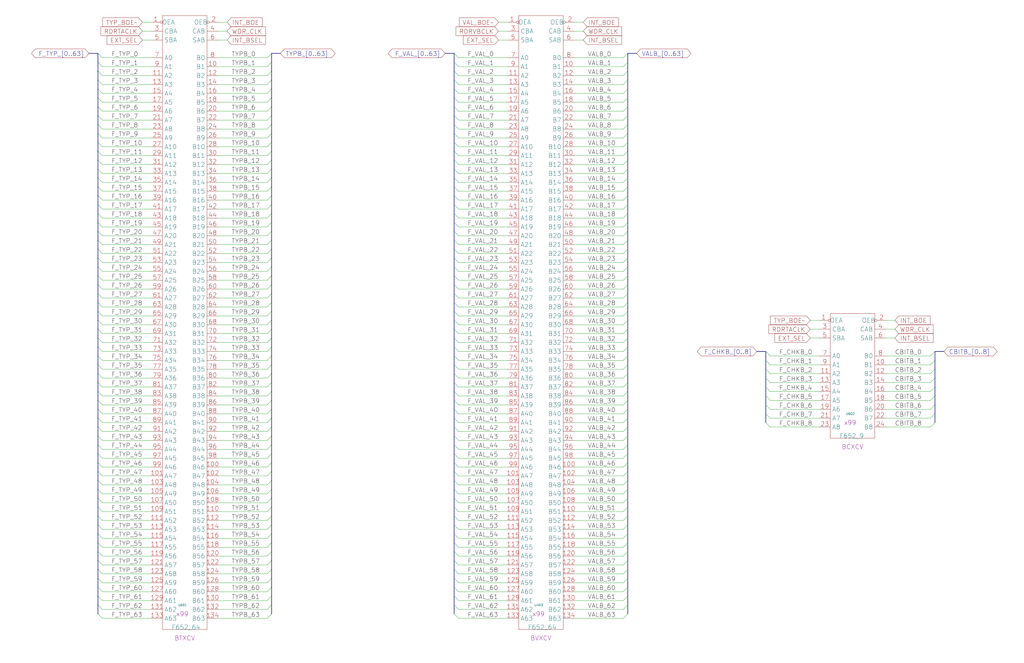
<source format=kicad_sch>
(kicad_sch (version 20230121) (generator eeschema)
  (paper "User" 584.2 378.46)
  (title_block (title "BXCVR\\nTYPE AND CHECKBITS") (date "08-MAR-90") (rev "0.0") (comment 1 "MEM32 BOARD") (comment 2 "232-003066") (comment 3 "S400") (comment 4 "RELEASED"))
  (bus_entry (at 358.14 269.24) (size -2.54 2.54))
  (bus_entry (at 358.14 203.2) (size -2.54 2.54))
  (bus_entry (at 436.88 241.3) (size 2.54 2.54))
  (bus_entry (at 358.14 294.64) (size -2.54 2.54))
  (bus_entry (at 259.08 167.64) (size 2.54 2.54))
  (bus_entry (at 259.08 208.28) (size 2.54 2.54))
  (bus_entry (at 533.4 210.82) (size -2.54 2.54))
  (bus_entry (at 358.14 213.36) (size -2.54 2.54))
  (bus_entry (at 358.14 198.12) (size -2.54 2.54))
  (bus_entry (at 55.88 35.56) (size 2.54 2.54))
  (bus_entry (at 154.94 55.88) (size -2.54 2.54))
  (bus_entry (at 259.08 177.8) (size 2.54 2.54))
  (bus_entry (at 358.14 208.28) (size -2.54 2.54))
  (bus_entry (at 55.88 182.88) (size 2.54 2.54))
  (bus_entry (at 154.94 91.44) (size -2.54 2.54))
  (bus_entry (at 358.14 350.52) (size -2.54 2.54))
  (bus_entry (at 259.08 76.2) (size 2.54 2.54))
  (bus_entry (at 55.88 147.32) (size 2.54 2.54))
  (bus_entry (at 259.08 127) (size 2.54 2.54))
  (bus_entry (at 154.94 325.12) (size -2.54 2.54))
  (bus_entry (at 259.08 299.72) (size 2.54 2.54))
  (bus_entry (at 154.94 345.44) (size -2.54 2.54))
  (bus_entry (at 259.08 264.16) (size 2.54 2.54))
  (bus_entry (at 55.88 66.04) (size 2.54 2.54))
  (bus_entry (at 259.08 340.36) (size 2.54 2.54))
  (bus_entry (at 154.94 223.52) (size -2.54 2.54))
  (bus_entry (at 533.4 220.98) (size -2.54 2.54))
  (bus_entry (at 154.94 142.24) (size -2.54 2.54))
  (bus_entry (at 259.08 233.68) (size 2.54 2.54))
  (bus_entry (at 154.94 162.56) (size -2.54 2.54))
  (bus_entry (at 259.08 60.96) (size 2.54 2.54))
  (bus_entry (at 154.94 233.68) (size -2.54 2.54))
  (bus_entry (at 154.94 66.04) (size -2.54 2.54))
  (bus_entry (at 259.08 162.56) (size 2.54 2.54))
  (bus_entry (at 259.08 50.8) (size 2.54 2.54))
  (bus_entry (at 55.88 101.6) (size 2.54 2.54))
  (bus_entry (at 259.08 254) (size 2.54 2.54))
  (bus_entry (at 533.4 205.74) (size -2.54 2.54))
  (bus_entry (at 154.94 152.4) (size -2.54 2.54))
  (bus_entry (at 55.88 213.36) (size 2.54 2.54))
  (bus_entry (at 55.88 106.68) (size 2.54 2.54))
  (bus_entry (at 154.94 76.2) (size -2.54 2.54))
  (bus_entry (at 154.94 193.04) (size -2.54 2.54))
  (bus_entry (at 154.94 299.72) (size -2.54 2.54))
  (bus_entry (at 259.08 35.56) (size 2.54 2.54))
  (bus_entry (at 154.94 96.52) (size -2.54 2.54))
  (bus_entry (at 259.08 304.8) (size 2.54 2.54))
  (bus_entry (at 154.94 254) (size -2.54 2.54))
  (bus_entry (at 55.88 142.24) (size 2.54 2.54))
  (bus_entry (at 358.14 259.08) (size -2.54 2.54))
  (bus_entry (at 358.14 279.4) (size -2.54 2.54))
  (bus_entry (at 55.88 254) (size 2.54 2.54))
  (bus_entry (at 259.08 132.08) (size 2.54 2.54))
  (bus_entry (at 55.88 30.48) (size 2.54 2.54))
  (bus_entry (at 358.14 320.04) (size -2.54 2.54))
  (bus_entry (at 55.88 40.64) (size 2.54 2.54))
  (bus_entry (at 55.88 127) (size 2.54 2.54))
  (bus_entry (at 154.94 35.56) (size -2.54 2.54))
  (bus_entry (at 55.88 309.88) (size 2.54 2.54))
  (bus_entry (at 259.08 218.44) (size 2.54 2.54))
  (bus_entry (at 154.94 111.76) (size -2.54 2.54))
  (bus_entry (at 55.88 208.28) (size 2.54 2.54))
  (bus_entry (at 358.14 314.96) (size -2.54 2.54))
  (bus_entry (at 154.94 335.28) (size -2.54 2.54))
  (bus_entry (at 55.88 325.12) (size 2.54 2.54))
  (bus_entry (at 259.08 243.84) (size 2.54 2.54))
  (bus_entry (at 259.08 101.6) (size 2.54 2.54))
  (bus_entry (at 358.14 132.08) (size -2.54 2.54))
  (bus_entry (at 55.88 152.4) (size 2.54 2.54))
  (bus_entry (at 436.88 236.22) (size 2.54 2.54))
  (bus_entry (at 154.94 177.8) (size -2.54 2.54))
  (bus_entry (at 533.4 241.3) (size -2.54 2.54))
  (bus_entry (at 154.94 50.8) (size -2.54 2.54))
  (bus_entry (at 154.94 127) (size -2.54 2.54))
  (bus_entry (at 55.88 264.16) (size 2.54 2.54))
  (bus_entry (at 55.88 223.52) (size 2.54 2.54))
  (bus_entry (at 358.14 289.56) (size -2.54 2.54))
  (bus_entry (at 259.08 86.36) (size 2.54 2.54))
  (bus_entry (at 55.88 304.8) (size 2.54 2.54))
  (bus_entry (at 154.94 284.48) (size -2.54 2.54))
  (bus_entry (at 259.08 259.08) (size 2.54 2.54))
  (bus_entry (at 259.08 279.4) (size 2.54 2.54))
  (bus_entry (at 259.08 81.28) (size 2.54 2.54))
  (bus_entry (at 154.94 208.28) (size -2.54 2.54))
  (bus_entry (at 259.08 203.2) (size 2.54 2.54))
  (bus_entry (at 154.94 147.32) (size -2.54 2.54))
  (bus_entry (at 55.88 314.96) (size 2.54 2.54))
  (bus_entry (at 358.14 137.16) (size -2.54 2.54))
  (bus_entry (at 55.88 284.48) (size 2.54 2.54))
  (bus_entry (at 358.14 330.2) (size -2.54 2.54))
  (bus_entry (at 55.88 157.48) (size 2.54 2.54))
  (bus_entry (at 259.08 106.68) (size 2.54 2.54))
  (bus_entry (at 259.08 213.36) (size 2.54 2.54))
  (bus_entry (at 55.88 243.84) (size 2.54 2.54))
  (bus_entry (at 154.94 309.88) (size -2.54 2.54))
  (bus_entry (at 358.14 248.92) (size -2.54 2.54))
  (bus_entry (at 358.14 340.36) (size -2.54 2.54))
  (bus_entry (at 154.94 269.24) (size -2.54 2.54))
  (bus_entry (at 154.94 40.64) (size -2.54 2.54))
  (bus_entry (at 55.88 91.44) (size 2.54 2.54))
  (bus_entry (at 154.94 248.92) (size -2.54 2.54))
  (bus_entry (at 533.4 226.06) (size -2.54 2.54))
  (bus_entry (at 55.88 340.36) (size 2.54 2.54))
  (bus_entry (at 358.14 96.52) (size -2.54 2.54))
  (bus_entry (at 55.88 177.8) (size 2.54 2.54))
  (bus_entry (at 259.08 294.64) (size 2.54 2.54))
  (bus_entry (at 259.08 157.48) (size 2.54 2.54))
  (bus_entry (at 154.94 101.6) (size -2.54 2.54))
  (bus_entry (at 358.14 142.24) (size -2.54 2.54))
  (bus_entry (at 358.14 167.64) (size -2.54 2.54))
  (bus_entry (at 259.08 182.88) (size 2.54 2.54))
  (bus_entry (at 358.14 60.96) (size -2.54 2.54))
  (bus_entry (at 358.14 187.96) (size -2.54 2.54))
  (bus_entry (at 154.94 157.48) (size -2.54 2.54))
  (bus_entry (at 55.88 50.8) (size 2.54 2.54))
  (bus_entry (at 259.08 320.04) (size 2.54 2.54))
  (bus_entry (at 154.94 198.12) (size -2.54 2.54))
  (bus_entry (at 55.88 111.76) (size 2.54 2.54))
  (bus_entry (at 55.88 60.96) (size 2.54 2.54))
  (bus_entry (at 55.88 320.04) (size 2.54 2.54))
  (bus_entry (at 55.88 81.28) (size 2.54 2.54))
  (bus_entry (at 259.08 66.04) (size 2.54 2.54))
  (bus_entry (at 358.14 76.2) (size -2.54 2.54))
  (bus_entry (at 358.14 274.32) (size -2.54 2.54))
  (bus_entry (at 358.14 121.92) (size -2.54 2.54))
  (bus_entry (at 259.08 193.04) (size 2.54 2.54))
  (bus_entry (at 55.88 167.64) (size 2.54 2.54))
  (bus_entry (at 259.08 325.12) (size 2.54 2.54))
  (bus_entry (at 55.88 96.52) (size 2.54 2.54))
  (bus_entry (at 55.88 238.76) (size 2.54 2.54))
  (bus_entry (at 436.88 215.9) (size 2.54 2.54))
  (bus_entry (at 259.08 40.64) (size 2.54 2.54))
  (bus_entry (at 55.88 203.2) (size 2.54 2.54))
  (bus_entry (at 259.08 152.4) (size 2.54 2.54))
  (bus_entry (at 259.08 238.76) (size 2.54 2.54))
  (bus_entry (at 358.14 152.4) (size -2.54 2.54))
  (bus_entry (at 259.08 172.72) (size 2.54 2.54))
  (bus_entry (at 436.88 210.82) (size 2.54 2.54))
  (bus_entry (at 436.88 200.66) (size 2.54 2.54))
  (bus_entry (at 358.14 50.8) (size -2.54 2.54))
  (bus_entry (at 358.14 127) (size -2.54 2.54))
  (bus_entry (at 55.88 330.2) (size 2.54 2.54))
  (bus_entry (at 154.94 30.48) (size -2.54 2.54))
  (bus_entry (at 436.88 220.98) (size 2.54 2.54))
  (bus_entry (at 55.88 248.92) (size 2.54 2.54))
  (bus_entry (at 55.88 289.56) (size 2.54 2.54))
  (bus_entry (at 259.08 147.32) (size 2.54 2.54))
  (bus_entry (at 154.94 182.88) (size -2.54 2.54))
  (bus_entry (at 55.88 345.44) (size 2.54 2.54))
  (bus_entry (at 154.94 132.08) (size -2.54 2.54))
  (bus_entry (at 259.08 350.52) (size 2.54 2.54))
  (bus_entry (at 154.94 172.72) (size -2.54 2.54))
  (bus_entry (at 259.08 187.96) (size 2.54 2.54))
  (bus_entry (at 358.14 45.72) (size -2.54 2.54))
  (bus_entry (at 358.14 182.88) (size -2.54 2.54))
  (bus_entry (at 259.08 142.24) (size 2.54 2.54))
  (bus_entry (at 154.94 264.16) (size -2.54 2.54))
  (bus_entry (at 154.94 294.64) (size -2.54 2.54))
  (bus_entry (at 55.88 193.04) (size 2.54 2.54))
  (bus_entry (at 358.14 35.56) (size -2.54 2.54))
  (bus_entry (at 358.14 309.88) (size -2.54 2.54))
  (bus_entry (at 55.88 269.24) (size 2.54 2.54))
  (bus_entry (at 154.94 116.84) (size -2.54 2.54))
  (bus_entry (at 436.88 226.06) (size 2.54 2.54))
  (bus_entry (at 154.94 137.16) (size -2.54 2.54))
  (bus_entry (at 55.88 86.36) (size 2.54 2.54))
  (bus_entry (at 154.94 289.56) (size -2.54 2.54))
  (bus_entry (at 154.94 274.32) (size -2.54 2.54))
  (bus_entry (at 358.14 238.76) (size -2.54 2.54))
  (bus_entry (at 358.14 147.32) (size -2.54 2.54))
  (bus_entry (at 358.14 101.6) (size -2.54 2.54))
  (bus_entry (at 154.94 213.36) (size -2.54 2.54))
  (bus_entry (at 55.88 116.84) (size 2.54 2.54))
  (bus_entry (at 154.94 238.76) (size -2.54 2.54))
  (bus_entry (at 259.08 330.2) (size 2.54 2.54))
  (bus_entry (at 55.88 350.52) (size 2.54 2.54))
  (bus_entry (at 358.14 106.68) (size -2.54 2.54))
  (bus_entry (at 358.14 193.04) (size -2.54 2.54))
  (bus_entry (at 55.88 259.08) (size 2.54 2.54))
  (bus_entry (at 154.94 279.4) (size -2.54 2.54))
  (bus_entry (at 154.94 60.96) (size -2.54 2.54))
  (bus_entry (at 55.88 55.88) (size 2.54 2.54))
  (bus_entry (at 259.08 111.76) (size 2.54 2.54))
  (bus_entry (at 154.94 106.68) (size -2.54 2.54))
  (bus_entry (at 259.08 314.96) (size 2.54 2.54))
  (bus_entry (at 55.88 71.12) (size 2.54 2.54))
  (bus_entry (at 358.14 86.36) (size -2.54 2.54))
  (bus_entry (at 259.08 96.52) (size 2.54 2.54))
  (bus_entry (at 358.14 299.72) (size -2.54 2.54))
  (bus_entry (at 259.08 45.72) (size 2.54 2.54))
  (bus_entry (at 55.88 132.08) (size 2.54 2.54))
  (bus_entry (at 154.94 304.8) (size -2.54 2.54))
  (bus_entry (at 358.14 304.8) (size -2.54 2.54))
  (bus_entry (at 358.14 228.6) (size -2.54 2.54))
  (bus_entry (at 259.08 345.44) (size 2.54 2.54))
  (bus_entry (at 358.14 111.76) (size -2.54 2.54))
  (bus_entry (at 358.14 223.52) (size -2.54 2.54))
  (bus_entry (at 533.4 236.22) (size -2.54 2.54))
  (bus_entry (at 436.88 205.74) (size 2.54 2.54))
  (bus_entry (at 533.4 215.9) (size -2.54 2.54))
  (bus_entry (at 358.14 325.12) (size -2.54 2.54))
  (bus_entry (at 358.14 30.48) (size -2.54 2.54))
  (bus_entry (at 154.94 71.12) (size -2.54 2.54))
  (bus_entry (at 55.88 279.4) (size 2.54 2.54))
  (bus_entry (at 358.14 345.44) (size -2.54 2.54))
  (bus_entry (at 358.14 172.72) (size -2.54 2.54))
  (bus_entry (at 358.14 233.68) (size -2.54 2.54))
  (bus_entry (at 154.94 243.84) (size -2.54 2.54))
  (bus_entry (at 154.94 350.52) (size -2.54 2.54))
  (bus_entry (at 154.94 314.96) (size -2.54 2.54))
  (bus_entry (at 154.94 259.08) (size -2.54 2.54))
  (bus_entry (at 154.94 81.28) (size -2.54 2.54))
  (bus_entry (at 259.08 30.48) (size 2.54 2.54))
  (bus_entry (at 259.08 248.92) (size 2.54 2.54))
  (bus_entry (at 358.14 157.48) (size -2.54 2.54))
  (bus_entry (at 358.14 264.16) (size -2.54 2.54))
  (bus_entry (at 259.08 284.48) (size 2.54 2.54))
  (bus_entry (at 358.14 284.48) (size -2.54 2.54))
  (bus_entry (at 55.88 162.56) (size 2.54 2.54))
  (bus_entry (at 259.08 137.16) (size 2.54 2.54))
  (bus_entry (at 358.14 335.28) (size -2.54 2.54))
  (bus_entry (at 259.08 228.6) (size 2.54 2.54))
  (bus_entry (at 259.08 91.44) (size 2.54 2.54))
  (bus_entry (at 55.88 233.68) (size 2.54 2.54))
  (bus_entry (at 55.88 274.32) (size 2.54 2.54))
  (bus_entry (at 358.14 91.44) (size -2.54 2.54))
  (bus_entry (at 259.08 55.88) (size 2.54 2.54))
  (bus_entry (at 259.08 71.12) (size 2.54 2.54))
  (bus_entry (at 358.14 66.04) (size -2.54 2.54))
  (bus_entry (at 358.14 116.84) (size -2.54 2.54))
  (bus_entry (at 436.88 231.14) (size 2.54 2.54))
  (bus_entry (at 358.14 254) (size -2.54 2.54))
  (bus_entry (at 154.94 45.72) (size -2.54 2.54))
  (bus_entry (at 55.88 299.72) (size 2.54 2.54))
  (bus_entry (at 259.08 274.32) (size 2.54 2.54))
  (bus_entry (at 533.4 200.66) (size -2.54 2.54))
  (bus_entry (at 259.08 223.52) (size 2.54 2.54))
  (bus_entry (at 154.94 320.04) (size -2.54 2.54))
  (bus_entry (at 358.14 218.44) (size -2.54 2.54))
  (bus_entry (at 533.4 231.14) (size -2.54 2.54))
  (bus_entry (at 358.14 40.64) (size -2.54 2.54))
  (bus_entry (at 55.88 198.12) (size 2.54 2.54))
  (bus_entry (at 154.94 86.36) (size -2.54 2.54))
  (bus_entry (at 358.14 81.28) (size -2.54 2.54))
  (bus_entry (at 55.88 45.72) (size 2.54 2.54))
  (bus_entry (at 259.08 309.88) (size 2.54 2.54))
  (bus_entry (at 358.14 162.56) (size -2.54 2.54))
  (bus_entry (at 154.94 330.2) (size -2.54 2.54))
  (bus_entry (at 154.94 121.92) (size -2.54 2.54))
  (bus_entry (at 55.88 335.28) (size 2.54 2.54))
  (bus_entry (at 55.88 76.2) (size 2.54 2.54))
  (bus_entry (at 55.88 218.44) (size 2.54 2.54))
  (bus_entry (at 358.14 71.12) (size -2.54 2.54))
  (bus_entry (at 154.94 218.44) (size -2.54 2.54))
  (bus_entry (at 55.88 121.92) (size 2.54 2.54))
  (bus_entry (at 154.94 203.2) (size -2.54 2.54))
  (bus_entry (at 154.94 340.36) (size -2.54 2.54))
  (bus_entry (at 154.94 167.64) (size -2.54 2.54))
  (bus_entry (at 259.08 121.92) (size 2.54 2.54))
  (bus_entry (at 259.08 289.56) (size 2.54 2.54))
  (bus_entry (at 55.88 172.72) (size 2.54 2.54))
  (bus_entry (at 358.14 55.88) (size -2.54 2.54))
  (bus_entry (at 55.88 137.16) (size 2.54 2.54))
  (bus_entry (at 259.08 116.84) (size 2.54 2.54))
  (bus_entry (at 259.08 198.12) (size 2.54 2.54))
  (bus_entry (at 358.14 177.8) (size -2.54 2.54))
  (bus_entry (at 55.88 294.64) (size 2.54 2.54))
  (bus_entry (at 154.94 187.96) (size -2.54 2.54))
  (bus_entry (at 55.88 187.96) (size 2.54 2.54))
  (bus_entry (at 154.94 228.6) (size -2.54 2.54))
  (bus_entry (at 55.88 228.6) (size 2.54 2.54))
  (bus_entry (at 358.14 243.84) (size -2.54 2.54))
  (bus_entry (at 259.08 335.28) (size 2.54 2.54))
  (bus_entry (at 259.08 269.24) (size 2.54 2.54))
  (bus (pts (xy 160.02 30.48) (xy 154.94 30.48)))
  (wire (pts (xy 58.42 347.98) (xy 86.36 347.98)))
  (bus (pts (xy 259.08 345.44) (xy 259.08 350.52)))
  (bus (pts (xy 55.88 193.04) (xy 55.88 198.12)))
  (bus (pts (xy 259.08 228.6) (xy 259.08 233.68)))
  (wire (pts (xy 284.48 22.86) (xy 289.56 22.86)))
  (wire (pts (xy 58.42 210.82) (xy 86.36 210.82)))
  (bus (pts (xy 259.08 198.12) (xy 259.08 203.2)))
  (wire (pts (xy 327.66 175.26) (xy 355.6 175.26)))
  (bus (pts (xy 358.14 60.96) (xy 358.14 66.04)))
  (wire (pts (xy 327.66 226.06) (xy 355.6 226.06)))
  (wire (pts (xy 505.46 208.28) (xy 530.86 208.28)))
  (bus (pts (xy 154.94 314.96) (xy 154.94 320.04)))
  (bus (pts (xy 259.08 132.08) (xy 259.08 137.16)))
  (wire (pts (xy 124.46 353.06) (xy 152.4 353.06)))
  (wire (pts (xy 261.62 241.3) (xy 289.56 241.3)))
  (bus (pts (xy 55.88 198.12) (xy 55.88 203.2)))
  (wire (pts (xy 261.62 154.94) (xy 289.56 154.94)))
  (bus (pts (xy 154.94 30.48) (xy 154.94 35.56)))
  (wire (pts (xy 327.66 287.02) (xy 355.6 287.02)))
  (wire (pts (xy 124.46 134.62) (xy 152.4 134.62)))
  (wire (pts (xy 261.62 271.78) (xy 289.56 271.78)))
  (wire (pts (xy 58.42 287.02) (xy 86.36 287.02)))
  (wire (pts (xy 261.62 134.62) (xy 289.56 134.62)))
  (bus (pts (xy 55.88 203.2) (xy 55.88 208.28)))
  (bus (pts (xy 259.08 147.32) (xy 259.08 152.4)))
  (wire (pts (xy 439.42 243.84) (xy 467.36 243.84)))
  (bus (pts (xy 358.14 309.88) (xy 358.14 314.96)))
  (bus (pts (xy 154.94 96.52) (xy 154.94 101.6)))
  (bus (pts (xy 154.94 264.16) (xy 154.94 269.24)))
  (wire (pts (xy 261.62 165.1) (xy 289.56 165.1)))
  (wire (pts (xy 327.66 170.18) (xy 355.6 170.18)))
  (bus (pts (xy 154.94 111.76) (xy 154.94 116.84)))
  (wire (pts (xy 327.66 119.38) (xy 355.6 119.38)))
  (wire (pts (xy 327.66 53.34) (xy 355.6 53.34)))
  (bus (pts (xy 358.14 45.72) (xy 358.14 50.8)))
  (wire (pts (xy 124.46 190.5) (xy 152.4 190.5)))
  (wire (pts (xy 58.42 180.34) (xy 86.36 180.34)))
  (wire (pts (xy 124.46 185.42) (xy 152.4 185.42)))
  (bus (pts (xy 154.94 162.56) (xy 154.94 167.64)))
  (wire (pts (xy 58.42 38.1) (xy 86.36 38.1)))
  (bus (pts (xy 154.94 76.2) (xy 154.94 81.28)))
  (bus (pts (xy 154.94 40.64) (xy 154.94 45.72)))
  (wire (pts (xy 327.66 256.54) (xy 355.6 256.54)))
  (bus (pts (xy 259.08 203.2) (xy 259.08 208.28)))
  (bus (pts (xy 55.88 325.12) (xy 55.88 330.2)))
  (wire (pts (xy 261.62 281.94) (xy 289.56 281.94)))
  (wire (pts (xy 124.46 281.94) (xy 152.4 281.94)))
  (wire (pts (xy 327.66 12.7) (xy 332.74 12.7)))
  (wire (pts (xy 327.66 281.94) (xy 355.6 281.94)))
  (bus (pts (xy 259.08 162.56) (xy 259.08 167.64)))
  (wire (pts (xy 124.46 149.86) (xy 152.4 149.86)))
  (wire (pts (xy 124.46 205.74) (xy 152.4 205.74)))
  (bus (pts (xy 259.08 335.28) (xy 259.08 340.36)))
  (wire (pts (xy 124.46 48.26) (xy 152.4 48.26)))
  (bus (pts (xy 358.14 208.28) (xy 358.14 213.36)))
  (bus (pts (xy 55.88 55.88) (xy 55.88 60.96)))
  (bus (pts (xy 259.08 152.4) (xy 259.08 157.48)))
  (wire (pts (xy 124.46 78.74) (xy 152.4 78.74)))
  (bus (pts (xy 55.88 157.48) (xy 55.88 162.56)))
  (wire (pts (xy 327.66 78.74) (xy 355.6 78.74)))
  (wire (pts (xy 261.62 317.5) (xy 289.56 317.5)))
  (wire (pts (xy 81.28 22.86) (xy 86.36 22.86)))
  (wire (pts (xy 439.42 228.6) (xy 467.36 228.6)))
  (wire (pts (xy 505.46 218.44) (xy 530.86 218.44)))
  (bus (pts (xy 55.88 101.6) (xy 55.88 106.68)))
  (wire (pts (xy 327.66 149.86) (xy 355.6 149.86)))
  (bus (pts (xy 154.94 50.8) (xy 154.94 55.88)))
  (bus (pts (xy 55.88 50.8) (xy 55.88 55.88)))
  (bus (pts (xy 55.88 147.32) (xy 55.88 152.4)))
  (bus (pts (xy 358.14 167.64) (xy 358.14 172.72)))
  (wire (pts (xy 124.46 276.86) (xy 152.4 276.86)))
  (bus (pts (xy 358.14 203.2) (xy 358.14 208.28)))
  (wire (pts (xy 261.62 246.38) (xy 289.56 246.38)))
  (wire (pts (xy 261.62 251.46) (xy 289.56 251.46)))
  (bus (pts (xy 436.88 220.98) (xy 436.88 226.06)))
  (bus (pts (xy 259.08 91.44) (xy 259.08 96.52)))
  (bus (pts (xy 436.88 236.22) (xy 436.88 241.3)))
  (bus (pts (xy 358.14 299.72) (xy 358.14 304.8)))
  (wire (pts (xy 261.62 88.9) (xy 289.56 88.9)))
  (bus (pts (xy 55.88 96.52) (xy 55.88 101.6)))
  (bus (pts (xy 55.88 177.8) (xy 55.88 182.88)))
  (bus (pts (xy 55.88 208.28) (xy 55.88 213.36)))
  (bus (pts (xy 259.08 279.4) (xy 259.08 284.48)))
  (bus (pts (xy 154.94 106.68) (xy 154.94 111.76)))
  (wire (pts (xy 261.62 93.98) (xy 289.56 93.98)))
  (bus (pts (xy 358.14 81.28) (xy 358.14 86.36)))
  (bus (pts (xy 259.08 284.48) (xy 259.08 289.56)))
  (wire (pts (xy 327.66 312.42) (xy 355.6 312.42)))
  (bus (pts (xy 358.14 147.32) (xy 358.14 152.4)))
  (wire (pts (xy 261.62 342.9) (xy 289.56 342.9)))
  (bus (pts (xy 154.94 294.64) (xy 154.94 299.72)))
  (wire (pts (xy 261.62 78.74) (xy 289.56 78.74)))
  (bus (pts (xy 154.94 66.04) (xy 154.94 71.12)))
  (bus (pts (xy 154.94 254) (xy 154.94 259.08)))
  (bus (pts (xy 436.88 215.9) (xy 436.88 220.98)))
  (wire (pts (xy 327.66 266.7) (xy 355.6 266.7)))
  (wire (pts (xy 58.42 220.98) (xy 86.36 220.98)))
  (wire (pts (xy 327.66 347.98) (xy 355.6 347.98)))
  (wire (pts (xy 327.66 180.34) (xy 355.6 180.34)))
  (bus (pts (xy 259.08 264.16) (xy 259.08 269.24)))
  (bus (pts (xy 55.88 304.8) (xy 55.88 309.88)))
  (bus (pts (xy 259.08 60.96) (xy 259.08 66.04)))
  (bus (pts (xy 154.94 147.32) (xy 154.94 152.4)))
  (wire (pts (xy 58.42 317.5) (xy 86.36 317.5)))
  (wire (pts (xy 505.46 243.84) (xy 530.86 243.84)))
  (wire (pts (xy 58.42 342.9) (xy 86.36 342.9)))
  (bus (pts (xy 358.14 162.56) (xy 358.14 167.64)))
  (bus (pts (xy 154.94 35.56) (xy 154.94 40.64)))
  (wire (pts (xy 124.46 83.82) (xy 152.4 83.82)))
  (wire (pts (xy 124.46 322.58) (xy 152.4 322.58)))
  (wire (pts (xy 58.42 33.02) (xy 86.36 33.02)))
  (bus (pts (xy 358.14 71.12) (xy 358.14 76.2)))
  (bus (pts (xy 154.94 279.4) (xy 154.94 284.48)))
  (wire (pts (xy 261.62 297.18) (xy 289.56 297.18)))
  (bus (pts (xy 55.88 299.72) (xy 55.88 304.8)))
  (bus (pts (xy 533.4 215.9) (xy 533.4 220.98)))
  (wire (pts (xy 124.46 99.06) (xy 152.4 99.06)))
  (bus (pts (xy 358.14 314.96) (xy 358.14 320.04)))
  (bus (pts (xy 259.08 30.48) (xy 259.08 35.56)))
  (wire (pts (xy 439.42 213.36) (xy 467.36 213.36)))
  (wire (pts (xy 58.42 271.78) (xy 86.36 271.78)))
  (wire (pts (xy 261.62 114.3) (xy 289.56 114.3)))
  (wire (pts (xy 58.42 337.82) (xy 86.36 337.82)))
  (bus (pts (xy 55.88 213.36) (xy 55.88 218.44)))
  (bus (pts (xy 436.88 226.06) (xy 436.88 231.14)))
  (wire (pts (xy 327.66 139.7) (xy 355.6 139.7)))
  (bus (pts (xy 154.94 340.36) (xy 154.94 345.44)))
  (bus (pts (xy 154.94 152.4) (xy 154.94 157.48)))
  (bus (pts (xy 154.94 137.16) (xy 154.94 142.24)))
  (bus (pts (xy 363.22 30.48) (xy 358.14 30.48)))
  (wire (pts (xy 124.46 124.46) (xy 152.4 124.46)))
  (wire (pts (xy 124.46 180.34) (xy 152.4 180.34)))
  (wire (pts (xy 327.66 332.74) (xy 355.6 332.74)))
  (bus (pts (xy 55.88 66.04) (xy 55.88 71.12)))
  (bus (pts (xy 259.08 243.84) (xy 259.08 248.92)))
  (wire (pts (xy 124.46 88.9) (xy 152.4 88.9)))
  (wire (pts (xy 284.48 12.7) (xy 289.56 12.7)))
  (wire (pts (xy 261.62 292.1) (xy 289.56 292.1)))
  (bus (pts (xy 358.14 243.84) (xy 358.14 248.92)))
  (wire (pts (xy 124.46 251.46) (xy 152.4 251.46)))
  (wire (pts (xy 58.42 297.18) (xy 86.36 297.18)))
  (bus (pts (xy 55.88 152.4) (xy 55.88 157.48)))
  (bus (pts (xy 55.88 35.56) (xy 55.88 40.64)))
  (wire (pts (xy 124.46 160.02) (xy 152.4 160.02)))
  (bus (pts (xy 259.08 172.72) (xy 259.08 177.8)))
  (wire (pts (xy 462.28 182.88) (xy 467.36 182.88)))
  (wire (pts (xy 124.46 109.22) (xy 152.4 109.22)))
  (bus (pts (xy 259.08 254) (xy 259.08 259.08)))
  (bus (pts (xy 259.08 71.12) (xy 259.08 76.2)))
  (bus (pts (xy 154.94 45.72) (xy 154.94 50.8)))
  (wire (pts (xy 124.46 241.3) (xy 152.4 241.3)))
  (wire (pts (xy 124.46 312.42) (xy 152.4 312.42)))
  (bus (pts (xy 431.8 200.66) (xy 436.88 200.66)))
  (bus (pts (xy 358.14 284.48) (xy 358.14 289.56)))
  (bus (pts (xy 154.94 157.48) (xy 154.94 162.56)))
  (bus (pts (xy 358.14 228.6) (xy 358.14 233.68)))
  (bus (pts (xy 259.08 167.64) (xy 259.08 172.72)))
  (wire (pts (xy 261.62 256.54) (xy 289.56 256.54)))
  (wire (pts (xy 124.46 195.58) (xy 152.4 195.58)))
  (bus (pts (xy 358.14 330.2) (xy 358.14 335.28)))
  (bus (pts (xy 259.08 76.2) (xy 259.08 81.28)))
  (bus (pts (xy 259.08 304.8) (xy 259.08 309.88)))
  (bus (pts (xy 259.08 223.52) (xy 259.08 228.6)))
  (wire (pts (xy 327.66 114.3) (xy 355.6 114.3)))
  (wire (pts (xy 327.66 83.82) (xy 355.6 83.82)))
  (bus (pts (xy 259.08 101.6) (xy 259.08 106.68)))
  (bus (pts (xy 358.14 187.96) (xy 358.14 193.04)))
  (wire (pts (xy 124.46 347.98) (xy 152.4 347.98)))
  (bus (pts (xy 55.88 228.6) (xy 55.88 233.68)))
  (bus (pts (xy 55.88 233.68) (xy 55.88 238.76)))
  (wire (pts (xy 327.66 205.74) (xy 355.6 205.74)))
  (bus (pts (xy 436.88 210.82) (xy 436.88 215.9)))
  (wire (pts (xy 58.42 154.94) (xy 86.36 154.94)))
  (bus (pts (xy 358.14 223.52) (xy 358.14 228.6)))
  (bus (pts (xy 259.08 259.08) (xy 259.08 264.16)))
  (wire (pts (xy 58.42 205.74) (xy 86.36 205.74)))
  (bus (pts (xy 55.88 40.64) (xy 55.88 45.72)))
  (bus (pts (xy 55.88 248.92) (xy 55.88 254)))
  (bus (pts (xy 55.88 223.52) (xy 55.88 228.6)))
  (wire (pts (xy 124.46 210.82) (xy 152.4 210.82)))
  (wire (pts (xy 327.66 63.5) (xy 355.6 63.5)))
  (wire (pts (xy 124.46 68.58) (xy 152.4 68.58)))
  (bus (pts (xy 259.08 137.16) (xy 259.08 142.24)))
  (wire (pts (xy 58.42 226.06) (xy 86.36 226.06)))
  (wire (pts (xy 261.62 149.86) (xy 289.56 149.86)))
  (bus (pts (xy 55.88 45.72) (xy 55.88 50.8)))
  (bus (pts (xy 358.14 182.88) (xy 358.14 187.96)))
  (wire (pts (xy 58.42 251.46) (xy 86.36 251.46)))
  (bus (pts (xy 259.08 274.32) (xy 259.08 279.4)))
  (bus (pts (xy 154.94 187.96) (xy 154.94 193.04)))
  (wire (pts (xy 261.62 180.34) (xy 289.56 180.34)))
  (bus (pts (xy 154.94 228.6) (xy 154.94 233.68)))
  (bus (pts (xy 436.88 200.66) (xy 436.88 205.74)))
  (bus (pts (xy 55.88 289.56) (xy 55.88 294.64)))
  (wire (pts (xy 58.42 195.58) (xy 86.36 195.58)))
  (wire (pts (xy 58.42 99.06) (xy 86.36 99.06)))
  (wire (pts (xy 327.66 58.42) (xy 355.6 58.42)))
  (bus (pts (xy 154.94 330.2) (xy 154.94 335.28)))
  (bus (pts (xy 154.94 248.92) (xy 154.94 254)))
  (bus (pts (xy 358.14 264.16) (xy 358.14 269.24)))
  (wire (pts (xy 124.46 317.5) (xy 152.4 317.5)))
  (wire (pts (xy 327.66 104.14) (xy 355.6 104.14)))
  (bus (pts (xy 259.08 182.88) (xy 259.08 187.96)))
  (bus (pts (xy 154.94 223.52) (xy 154.94 228.6)))
  (wire (pts (xy 124.46 17.78) (xy 129.54 17.78)))
  (wire (pts (xy 327.66 307.34) (xy 355.6 307.34)))
  (wire (pts (xy 124.46 342.9) (xy 152.4 342.9)))
  (bus (pts (xy 358.14 86.36) (xy 358.14 91.44)))
  (wire (pts (xy 327.66 43.18) (xy 355.6 43.18)))
  (wire (pts (xy 261.62 266.7) (xy 289.56 266.7)))
  (bus (pts (xy 259.08 127) (xy 259.08 132.08)))
  (bus (pts (xy 259.08 218.44) (xy 259.08 223.52)))
  (bus (pts (xy 154.94 299.72) (xy 154.94 304.8)))
  (bus (pts (xy 259.08 340.36) (xy 259.08 345.44)))
  (bus (pts (xy 55.88 269.24) (xy 55.88 274.32)))
  (wire (pts (xy 327.66 353.06) (xy 355.6 353.06)))
  (wire (pts (xy 261.62 38.1) (xy 289.56 38.1)))
  (bus (pts (xy 259.08 106.68) (xy 259.08 111.76)))
  (wire (pts (xy 124.46 154.94) (xy 152.4 154.94)))
  (bus (pts (xy 154.94 335.28) (xy 154.94 340.36)))
  (wire (pts (xy 58.42 144.78) (xy 86.36 144.78)))
  (bus (pts (xy 154.94 101.6) (xy 154.94 106.68)))
  (bus (pts (xy 358.14 279.4) (xy 358.14 284.48)))
  (wire (pts (xy 58.42 256.54) (xy 86.36 256.54)))
  (wire (pts (xy 261.62 58.42) (xy 289.56 58.42)))
  (wire (pts (xy 261.62 236.22) (xy 289.56 236.22)))
  (bus (pts (xy 533.4 226.06) (xy 533.4 231.14)))
  (wire (pts (xy 327.66 129.54) (xy 355.6 129.54)))
  (wire (pts (xy 124.46 200.66) (xy 152.4 200.66)))
  (wire (pts (xy 327.66 220.98) (xy 355.6 220.98)))
  (wire (pts (xy 124.46 287.02) (xy 152.4 287.02)))
  (wire (pts (xy 58.42 93.98) (xy 86.36 93.98)))
  (bus (pts (xy 259.08 111.76) (xy 259.08 116.84)))
  (bus (pts (xy 358.14 259.08) (xy 358.14 264.16)))
  (wire (pts (xy 58.42 292.1) (xy 86.36 292.1)))
  (wire (pts (xy 124.46 114.3) (xy 152.4 114.3)))
  (wire (pts (xy 505.46 233.68) (xy 530.86 233.68)))
  (wire (pts (xy 58.42 281.94) (xy 86.36 281.94)))
  (wire (pts (xy 327.66 215.9) (xy 355.6 215.9)))
  (bus (pts (xy 55.88 182.88) (xy 55.88 187.96)))
  (wire (pts (xy 261.62 261.62) (xy 289.56 261.62)))
  (bus (pts (xy 358.14 142.24) (xy 358.14 147.32)))
  (wire (pts (xy 327.66 68.58) (xy 355.6 68.58)))
  (wire (pts (xy 439.42 233.68) (xy 467.36 233.68)))
  (bus (pts (xy 154.94 320.04) (xy 154.94 325.12)))
  (wire (pts (xy 124.46 53.34) (xy 152.4 53.34)))
  (wire (pts (xy 505.46 223.52) (xy 530.86 223.52)))
  (wire (pts (xy 327.66 246.38) (xy 355.6 246.38)))
  (wire (pts (xy 58.42 276.86) (xy 86.36 276.86)))
  (bus (pts (xy 154.94 208.28) (xy 154.94 213.36)))
  (wire (pts (xy 327.66 271.78) (xy 355.6 271.78)))
  (wire (pts (xy 327.66 17.78) (xy 332.74 17.78)))
  (bus (pts (xy 358.14 121.92) (xy 358.14 127)))
  (wire (pts (xy 327.66 241.3) (xy 355.6 241.3)))
  (wire (pts (xy 261.62 99.06) (xy 289.56 99.06)))
  (wire (pts (xy 327.66 251.46) (xy 355.6 251.46)))
  (wire (pts (xy 124.46 175.26) (xy 152.4 175.26)))
  (wire (pts (xy 124.46 236.22) (xy 152.4 236.22)))
  (bus (pts (xy 259.08 116.84) (xy 259.08 121.92)))
  (wire (pts (xy 327.66 302.26) (xy 355.6 302.26)))
  (bus (pts (xy 358.14 132.08) (xy 358.14 137.16)))
  (wire (pts (xy 58.42 246.38) (xy 86.36 246.38)))
  (wire (pts (xy 505.46 238.76) (xy 530.86 238.76)))
  (wire (pts (xy 261.62 220.98) (xy 289.56 220.98)))
  (wire (pts (xy 327.66 231.14) (xy 355.6 231.14)))
  (wire (pts (xy 505.46 187.96) (xy 510.54 187.96)))
  (wire (pts (xy 58.42 215.9) (xy 86.36 215.9)))
  (bus (pts (xy 55.88 335.28) (xy 55.88 340.36)))
  (bus (pts (xy 533.4 205.74) (xy 533.4 210.82)))
  (bus (pts (xy 358.14 340.36) (xy 358.14 345.44)))
  (wire (pts (xy 58.42 165.1) (xy 86.36 165.1)))
  (wire (pts (xy 261.62 200.66) (xy 289.56 200.66)))
  (bus (pts (xy 358.14 248.92) (xy 358.14 254)))
  (bus (pts (xy 358.14 106.68) (xy 358.14 111.76)))
  (bus (pts (xy 154.94 345.44) (xy 154.94 350.52)))
  (wire (pts (xy 261.62 53.34) (xy 289.56 53.34)))
  (wire (pts (xy 58.42 119.38) (xy 86.36 119.38)))
  (bus (pts (xy 154.94 309.88) (xy 154.94 314.96)))
  (wire (pts (xy 261.62 307.34) (xy 289.56 307.34)))
  (wire (pts (xy 439.42 223.52) (xy 467.36 223.52)))
  (wire (pts (xy 327.66 261.62) (xy 355.6 261.62)))
  (bus (pts (xy 358.14 157.48) (xy 358.14 162.56)))
  (wire (pts (xy 261.62 231.14) (xy 289.56 231.14)))
  (bus (pts (xy 259.08 142.24) (xy 259.08 147.32)))
  (bus (pts (xy 55.88 218.44) (xy 55.88 223.52)))
  (wire (pts (xy 327.66 327.66) (xy 355.6 327.66)))
  (wire (pts (xy 327.66 88.9) (xy 355.6 88.9)))
  (wire (pts (xy 124.46 246.38) (xy 152.4 246.38)))
  (wire (pts (xy 58.42 73.66) (xy 86.36 73.66)))
  (wire (pts (xy 58.42 63.5) (xy 86.36 63.5)))
  (wire (pts (xy 124.46 12.7) (xy 129.54 12.7)))
  (bus (pts (xy 358.14 345.44) (xy 358.14 350.52)))
  (bus (pts (xy 55.88 345.44) (xy 55.88 350.52)))
  (bus (pts (xy 358.14 304.8) (xy 358.14 309.88)))
  (bus (pts (xy 154.94 71.12) (xy 154.94 76.2)))
  (bus (pts (xy 55.88 274.32) (xy 55.88 279.4)))
  (bus (pts (xy 358.14 335.28) (xy 358.14 340.36)))
  (bus (pts (xy 55.88 294.64) (xy 55.88 299.72)))
  (wire (pts (xy 327.66 276.86) (xy 355.6 276.86)))
  (bus (pts (xy 259.08 86.36) (xy 259.08 91.44)))
  (bus (pts (xy 259.08 177.8) (xy 259.08 182.88)))
  (wire (pts (xy 124.46 104.14) (xy 152.4 104.14)))
  (wire (pts (xy 124.46 302.26) (xy 152.4 302.26)))
  (wire (pts (xy 261.62 287.02) (xy 289.56 287.02)))
  (bus (pts (xy 533.4 220.98) (xy 533.4 226.06)))
  (wire (pts (xy 58.42 231.14) (xy 86.36 231.14)))
  (bus (pts (xy 259.08 330.2) (xy 259.08 335.28)))
  (bus (pts (xy 358.14 289.56) (xy 358.14 294.64)))
  (bus (pts (xy 55.88 238.76) (xy 55.88 243.84)))
  (wire (pts (xy 124.46 256.54) (xy 152.4 256.54)))
  (bus (pts (xy 358.14 269.24) (xy 358.14 274.32)))
  (bus (pts (xy 259.08 66.04) (xy 259.08 71.12)))
  (wire (pts (xy 327.66 38.1) (xy 355.6 38.1)))
  (bus (pts (xy 358.14 172.72) (xy 358.14 177.8)))
  (bus (pts (xy 55.88 30.48) (xy 55.88 35.56)))
  (bus (pts (xy 154.94 91.44) (xy 154.94 96.52)))
  (bus (pts (xy 259.08 208.28) (xy 259.08 213.36)))
  (wire (pts (xy 439.42 218.44) (xy 467.36 218.44)))
  (bus (pts (xy 154.94 116.84) (xy 154.94 121.92)))
  (bus (pts (xy 55.88 330.2) (xy 55.88 335.28)))
  (bus (pts (xy 358.14 218.44) (xy 358.14 223.52)))
  (wire (pts (xy 261.62 190.5) (xy 289.56 190.5)))
  (wire (pts (xy 261.62 63.5) (xy 289.56 63.5)))
  (bus (pts (xy 154.94 325.12) (xy 154.94 330.2)))
  (bus (pts (xy 55.88 60.96) (xy 55.88 66.04)))
  (bus (pts (xy 55.88 121.92) (xy 55.88 127)))
  (wire (pts (xy 124.46 129.54) (xy 152.4 129.54)))
  (wire (pts (xy 124.46 226.06) (xy 152.4 226.06)))
  (bus (pts (xy 154.94 274.32) (xy 154.94 279.4)))
  (bus (pts (xy 154.94 233.68) (xy 154.94 238.76)))
  (bus (pts (xy 259.08 193.04) (xy 259.08 198.12)))
  (wire (pts (xy 58.42 332.74) (xy 86.36 332.74)))
  (bus (pts (xy 358.14 193.04) (xy 358.14 198.12)))
  (wire (pts (xy 124.46 220.98) (xy 152.4 220.98)))
  (bus (pts (xy 154.94 238.76) (xy 154.94 243.84)))
  (wire (pts (xy 261.62 73.66) (xy 289.56 73.66)))
  (wire (pts (xy 124.46 332.74) (xy 152.4 332.74)))
  (bus (pts (xy 358.14 40.64) (xy 358.14 45.72)))
  (bus (pts (xy 436.88 205.74) (xy 436.88 210.82)))
  (bus (pts (xy 154.94 259.08) (xy 154.94 264.16)))
  (bus (pts (xy 259.08 50.8) (xy 259.08 55.88)))
  (wire (pts (xy 124.46 327.66) (xy 152.4 327.66)))
  (bus (pts (xy 358.14 91.44) (xy 358.14 96.52)))
  (wire (pts (xy 58.42 114.3) (xy 86.36 114.3)))
  (bus (pts (xy 259.08 187.96) (xy 259.08 193.04)))
  (bus (pts (xy 154.94 167.64) (xy 154.94 172.72)))
  (wire (pts (xy 124.46 73.66) (xy 152.4 73.66)))
  (wire (pts (xy 58.42 149.86) (xy 86.36 149.86)))
  (wire (pts (xy 58.42 170.18) (xy 86.36 170.18)))
  (wire (pts (xy 58.42 139.7) (xy 86.36 139.7)))
  (wire (pts (xy 58.42 83.82) (xy 86.36 83.82)))
  (wire (pts (xy 58.42 129.54) (xy 86.36 129.54)))
  (wire (pts (xy 261.62 322.58) (xy 289.56 322.58)))
  (wire (pts (xy 505.46 228.6) (xy 530.86 228.6)))
  (bus (pts (xy 55.88 142.24) (xy 55.88 147.32)))
  (bus (pts (xy 358.14 137.16) (xy 358.14 142.24)))
  (bus (pts (xy 55.88 320.04) (xy 55.88 325.12)))
  (wire (pts (xy 58.42 78.74) (xy 86.36 78.74)))
  (bus (pts (xy 154.94 142.24) (xy 154.94 147.32)))
  (bus (pts (xy 358.14 320.04) (xy 358.14 325.12)))
  (wire (pts (xy 327.66 165.1) (xy 355.6 165.1)))
  (bus (pts (xy 55.88 243.84) (xy 55.88 248.92)))
  (bus (pts (xy 436.88 231.14) (xy 436.88 236.22)))
  (bus (pts (xy 55.88 254) (xy 55.88 259.08)))
  (wire (pts (xy 327.66 22.86) (xy 332.74 22.86)))
  (wire (pts (xy 327.66 160.02) (xy 355.6 160.02)))
  (bus (pts (xy 259.08 309.88) (xy 259.08 314.96)))
  (wire (pts (xy 124.46 38.1) (xy 152.4 38.1)))
  (bus (pts (xy 538.48 200.66) (xy 533.4 200.66)))
  (wire (pts (xy 124.46 165.1) (xy 152.4 165.1)))
  (bus (pts (xy 55.88 264.16) (xy 55.88 269.24)))
  (bus (pts (xy 154.94 86.36) (xy 154.94 91.44)))
  (bus (pts (xy 358.14 177.8) (xy 358.14 182.88)))
  (bus (pts (xy 358.14 254) (xy 358.14 259.08)))
  (wire (pts (xy 261.62 139.7) (xy 289.56 139.7)))
  (wire (pts (xy 462.28 187.96) (xy 467.36 187.96)))
  (wire (pts (xy 124.46 266.7) (xy 152.4 266.7)))
  (bus (pts (xy 154.94 243.84) (xy 154.94 248.92)))
  (wire (pts (xy 261.62 175.26) (xy 289.56 175.26)))
  (bus (pts (xy 154.94 177.8) (xy 154.94 182.88)))
  (wire (pts (xy 124.46 22.86) (xy 129.54 22.86)))
  (bus (pts (xy 358.14 238.76) (xy 358.14 243.84)))
  (wire (pts (xy 261.62 48.26) (xy 289.56 48.26)))
  (wire (pts (xy 261.62 129.54) (xy 289.56 129.54)))
  (bus (pts (xy 259.08 238.76) (xy 259.08 243.84)))
  (wire (pts (xy 58.42 43.18) (xy 86.36 43.18)))
  (wire (pts (xy 81.28 17.78) (xy 86.36 17.78)))
  (wire (pts (xy 261.62 83.82) (xy 289.56 83.82)))
  (bus (pts (xy 358.14 50.8) (xy 358.14 55.88)))
  (bus (pts (xy 259.08 248.92) (xy 259.08 254)))
  (bus (pts (xy 358.14 55.88) (xy 358.14 60.96)))
  (wire (pts (xy 261.62 337.82) (xy 289.56 337.82)))
  (bus (pts (xy 154.94 304.8) (xy 154.94 309.88)))
  (wire (pts (xy 261.62 302.26) (xy 289.56 302.26)))
  (bus (pts (xy 533.4 231.14) (xy 533.4 236.22)))
  (wire (pts (xy 327.66 190.5) (xy 355.6 190.5)))
  (wire (pts (xy 505.46 182.88) (xy 510.54 182.88)))
  (bus (pts (xy 154.94 60.96) (xy 154.94 66.04)))
  (wire (pts (xy 439.42 238.76) (xy 467.36 238.76)))
  (bus (pts (xy 154.94 193.04) (xy 154.94 198.12)))
  (bus (pts (xy 154.94 132.08) (xy 154.94 137.16)))
  (wire (pts (xy 124.46 170.18) (xy 152.4 170.18)))
  (wire (pts (xy 124.46 93.98) (xy 152.4 93.98)))
  (wire (pts (xy 327.66 48.26) (xy 355.6 48.26)))
  (bus (pts (xy 259.08 81.28) (xy 259.08 86.36)))
  (bus (pts (xy 358.14 127) (xy 358.14 132.08)))
  (wire (pts (xy 505.46 203.2) (xy 530.86 203.2)))
  (wire (pts (xy 261.62 205.74) (xy 289.56 205.74)))
  (wire (pts (xy 124.46 337.82) (xy 152.4 337.82)))
  (wire (pts (xy 81.28 12.7) (xy 86.36 12.7)))
  (wire (pts (xy 327.66 342.9) (xy 355.6 342.9)))
  (bus (pts (xy 259.08 40.64) (xy 259.08 45.72)))
  (wire (pts (xy 261.62 195.58) (xy 289.56 195.58)))
  (wire (pts (xy 124.46 139.7) (xy 152.4 139.7)))
  (wire (pts (xy 124.46 119.38) (xy 152.4 119.38)))
  (wire (pts (xy 261.62 170.18) (xy 289.56 170.18)))
  (bus (pts (xy 533.4 236.22) (xy 533.4 241.3)))
  (bus (pts (xy 55.88 81.28) (xy 55.88 86.36)))
  (wire (pts (xy 124.46 43.18) (xy 152.4 43.18)))
  (wire (pts (xy 58.42 307.34) (xy 86.36 307.34)))
  (wire (pts (xy 58.42 88.9) (xy 86.36 88.9)))
  (bus (pts (xy 358.14 233.68) (xy 358.14 238.76)))
  (bus (pts (xy 55.88 132.08) (xy 55.88 137.16)))
  (wire (pts (xy 284.48 17.78) (xy 289.56 17.78)))
  (wire (pts (xy 439.42 208.28) (xy 467.36 208.28)))
  (wire (pts (xy 327.66 297.18) (xy 355.6 297.18)))
  (bus (pts (xy 259.08 213.36) (xy 259.08 218.44)))
  (bus (pts (xy 358.14 116.84) (xy 358.14 121.92)))
  (bus (pts (xy 254 30.48) (xy 259.08 30.48)))
  (bus (pts (xy 154.94 55.88) (xy 154.94 60.96)))
  (wire (pts (xy 58.42 109.22) (xy 86.36 109.22)))
  (wire (pts (xy 327.66 236.22) (xy 355.6 236.22)))
  (bus (pts (xy 154.94 289.56) (xy 154.94 294.64)))
  (wire (pts (xy 261.62 332.74) (xy 289.56 332.74)))
  (wire (pts (xy 261.62 144.78) (xy 289.56 144.78)))
  (bus (pts (xy 259.08 45.72) (xy 259.08 50.8)))
  (bus (pts (xy 55.88 116.84) (xy 55.88 121.92)))
  (bus (pts (xy 55.88 309.88) (xy 55.88 314.96)))
  (bus (pts (xy 154.94 172.72) (xy 154.94 177.8)))
  (bus (pts (xy 154.94 127) (xy 154.94 132.08)))
  (bus (pts (xy 55.88 76.2) (xy 55.88 81.28)))
  (bus (pts (xy 55.88 172.72) (xy 55.88 177.8)))
  (wire (pts (xy 58.42 175.26) (xy 86.36 175.26)))
  (bus (pts (xy 259.08 314.96) (xy 259.08 320.04)))
  (wire (pts (xy 327.66 93.98) (xy 355.6 93.98)))
  (wire (pts (xy 58.42 241.3) (xy 86.36 241.3)))
  (wire (pts (xy 462.28 193.04) (xy 467.36 193.04)))
  (bus (pts (xy 259.08 233.68) (xy 259.08 238.76)))
  (bus (pts (xy 154.94 269.24) (xy 154.94 274.32)))
  (wire (pts (xy 58.42 68.58) (xy 86.36 68.58)))
  (bus (pts (xy 358.14 274.32) (xy 358.14 279.4)))
  (bus (pts (xy 358.14 325.12) (xy 358.14 330.2)))
  (wire (pts (xy 261.62 210.82) (xy 289.56 210.82)))
  (bus (pts (xy 55.88 106.68) (xy 55.88 111.76)))
  (wire (pts (xy 58.42 327.66) (xy 86.36 327.66)))
  (wire (pts (xy 124.46 144.78) (xy 152.4 144.78)))
  (wire (pts (xy 261.62 119.38) (xy 289.56 119.38)))
  (bus (pts (xy 55.88 111.76) (xy 55.88 116.84)))
  (wire (pts (xy 124.46 33.02) (xy 152.4 33.02)))
  (wire (pts (xy 261.62 185.42) (xy 289.56 185.42)))
  (bus (pts (xy 55.88 91.44) (xy 55.88 96.52)))
  (bus (pts (xy 55.88 162.56) (xy 55.88 167.64)))
  (wire (pts (xy 327.66 195.58) (xy 355.6 195.58)))
  (wire (pts (xy 261.62 33.02) (xy 289.56 33.02)))
  (bus (pts (xy 358.14 66.04) (xy 358.14 71.12)))
  (wire (pts (xy 261.62 353.06) (xy 289.56 353.06)))
  (bus (pts (xy 55.88 279.4) (xy 55.88 284.48)))
  (bus (pts (xy 154.94 182.88) (xy 154.94 187.96)))
  (wire (pts (xy 58.42 302.26) (xy 86.36 302.26)))
  (wire (pts (xy 58.42 185.42) (xy 86.36 185.42)))
  (wire (pts (xy 124.46 292.1) (xy 152.4 292.1)))
  (wire (pts (xy 58.42 200.66) (xy 86.36 200.66)))
  (bus (pts (xy 358.14 35.56) (xy 358.14 40.64)))
  (wire (pts (xy 327.66 124.46) (xy 355.6 124.46)))
  (wire (pts (xy 124.46 271.78) (xy 152.4 271.78)))
  (wire (pts (xy 327.66 317.5) (xy 355.6 317.5)))
  (wire (pts (xy 261.62 215.9) (xy 289.56 215.9)))
  (bus (pts (xy 55.88 187.96) (xy 55.88 193.04)))
  (wire (pts (xy 58.42 124.46) (xy 86.36 124.46)))
  (wire (pts (xy 124.46 215.9) (xy 152.4 215.9)))
  (bus (pts (xy 154.94 81.28) (xy 154.94 86.36)))
  (bus (pts (xy 358.14 111.76) (xy 358.14 116.84)))
  (wire (pts (xy 439.42 203.2) (xy 467.36 203.2)))
  (bus (pts (xy 259.08 289.56) (xy 259.08 294.64)))
  (wire (pts (xy 124.46 231.14) (xy 152.4 231.14)))
  (wire (pts (xy 327.66 154.94) (xy 355.6 154.94)))
  (wire (pts (xy 58.42 58.42) (xy 86.36 58.42)))
  (wire (pts (xy 327.66 185.42) (xy 355.6 185.42)))
  (wire (pts (xy 261.62 312.42) (xy 289.56 312.42)))
  (bus (pts (xy 55.88 340.36) (xy 55.88 345.44)))
  (wire (pts (xy 505.46 213.36) (xy 530.86 213.36)))
  (bus (pts (xy 358.14 152.4) (xy 358.14 157.48)))
  (bus (pts (xy 55.88 314.96) (xy 55.88 320.04)))
  (bus (pts (xy 533.4 200.66) (xy 533.4 205.74)))
  (wire (pts (xy 58.42 48.26) (xy 86.36 48.26)))
  (wire (pts (xy 327.66 200.66) (xy 355.6 200.66)))
  (bus (pts (xy 259.08 294.64) (xy 259.08 299.72)))
  (wire (pts (xy 261.62 68.58) (xy 289.56 68.58)))
  (wire (pts (xy 327.66 144.78) (xy 355.6 144.78)))
  (wire (pts (xy 58.42 353.06) (xy 86.36 353.06)))
  (wire (pts (xy 261.62 104.14) (xy 289.56 104.14)))
  (bus (pts (xy 55.88 259.08) (xy 55.88 264.16)))
  (wire (pts (xy 327.66 210.82) (xy 355.6 210.82)))
  (bus (pts (xy 358.14 96.52) (xy 358.14 101.6)))
  (wire (pts (xy 58.42 236.22) (xy 86.36 236.22)))
  (bus (pts (xy 55.88 137.16) (xy 55.88 142.24)))
  (wire (pts (xy 58.42 266.7) (xy 86.36 266.7)))
  (bus (pts (xy 50.8 30.48) (xy 55.88 30.48)))
  (wire (pts (xy 327.66 292.1) (xy 355.6 292.1)))
  (bus (pts (xy 154.94 121.92) (xy 154.94 127)))
  (wire (pts (xy 124.46 261.62) (xy 152.4 261.62)))
  (wire (pts (xy 58.42 322.58) (xy 86.36 322.58)))
  (bus (pts (xy 358.14 101.6) (xy 358.14 106.68)))
  (wire (pts (xy 505.46 193.04) (xy 510.54 193.04)))
  (bus (pts (xy 358.14 294.64) (xy 358.14 299.72)))
  (bus (pts (xy 358.14 213.36) (xy 358.14 218.44)))
  (wire (pts (xy 58.42 53.34) (xy 86.36 53.34)))
  (bus (pts (xy 259.08 96.52) (xy 259.08 101.6)))
  (bus (pts (xy 259.08 55.88) (xy 259.08 60.96)))
  (bus (pts (xy 154.94 284.48) (xy 154.94 289.56)))
  (bus (pts (xy 55.88 167.64) (xy 55.88 172.72)))
  (wire (pts (xy 261.62 160.02) (xy 289.56 160.02)))
  (wire (pts (xy 58.42 261.62) (xy 86.36 261.62)))
  (wire (pts (xy 124.46 58.42) (xy 152.4 58.42)))
  (bus (pts (xy 259.08 325.12) (xy 259.08 330.2)))
  (wire (pts (xy 58.42 160.02) (xy 86.36 160.02)))
  (wire (pts (xy 58.42 190.5) (xy 86.36 190.5)))
  (wire (pts (xy 124.46 297.18) (xy 152.4 297.18)))
  (bus (pts (xy 259.08 320.04) (xy 259.08 325.12)))
  (wire (pts (xy 58.42 134.62) (xy 86.36 134.62)))
  (bus (pts (xy 259.08 269.24) (xy 259.08 274.32)))
  (bus (pts (xy 55.88 127) (xy 55.88 132.08)))
  (wire (pts (xy 261.62 109.22) (xy 289.56 109.22)))
  (bus (pts (xy 154.94 198.12) (xy 154.94 203.2)))
  (bus (pts (xy 358.14 198.12) (xy 358.14 203.2)))
  (bus (pts (xy 533.4 210.82) (xy 533.4 215.9)))
  (wire (pts (xy 261.62 276.86) (xy 289.56 276.86)))
  (bus (pts (xy 154.94 213.36) (xy 154.94 218.44)))
  (wire (pts (xy 327.66 73.66) (xy 355.6 73.66)))
  (wire (pts (xy 261.62 226.06) (xy 289.56 226.06)))
  (bus (pts (xy 259.08 157.48) (xy 259.08 162.56)))
  (wire (pts (xy 327.66 134.62) (xy 355.6 134.62)))
  (bus (pts (xy 154.94 203.2) (xy 154.94 208.28)))
  (wire (pts (xy 261.62 347.98) (xy 289.56 347.98)))
  (wire (pts (xy 261.62 327.66) (xy 289.56 327.66)))
  (wire (pts (xy 327.66 322.58) (xy 355.6 322.58)))
  (bus (pts (xy 259.08 299.72) (xy 259.08 304.8)))
  (bus (pts (xy 259.08 121.92) (xy 259.08 127)))
  (bus (pts (xy 55.88 86.36) (xy 55.88 91.44)))
  (wire (pts (xy 58.42 312.42) (xy 86.36 312.42)))
  (wire (pts (xy 327.66 109.22) (xy 355.6 109.22)))
  (wire (pts (xy 261.62 43.18) (xy 289.56 43.18)))
  (bus (pts (xy 154.94 218.44) (xy 154.94 223.52)))
  (wire (pts (xy 124.46 63.5) (xy 152.4 63.5)))
  (wire (pts (xy 124.46 307.34) (xy 152.4 307.34)))
  (wire (pts (xy 58.42 104.14) (xy 86.36 104.14)))
  (wire (pts (xy 327.66 99.06) (xy 355.6 99.06)))
  (wire (pts (xy 261.62 124.46) (xy 289.56 124.46)))
  (bus (pts (xy 259.08 35.56) (xy 259.08 40.64)))
  (wire (pts (xy 327.66 33.02) (xy 355.6 33.02)))
  (wire (pts (xy 327.66 337.82) (xy 355.6 337.82)))
  (bus (pts (xy 358.14 76.2) (xy 358.14 81.28)))
  (bus (pts (xy 55.88 71.12) (xy 55.88 76.2)))
  (bus (pts (xy 55.88 284.48) (xy 55.88 289.56)))
  (bus (pts (xy 358.14 30.48) (xy 358.14 35.56)))
  (label "VALB_29" (at 335.28 180.34 0) (effects (font (size 2.54 2.54))))
  (label "TYPB_52" (at 132.08 297.18 0) (effects (font (size 2.54 2.54))))
  (label "F_VAL_16" (at 266.7 114.3 0) (effects (font (size 2.54 2.54))))
  (label "F_VAL_26" (at 266.7 165.1 0) (effects (font (size 2.54 2.54))))
  (label "TYPB_41" (at 132.08 241.3 0) (effects (font (size 2.54 2.54))))
  (label "F_TYP_24" (at 63.5 154.94 0) (effects (font (size 2.54 2.54))))
  (label "VALB_48" (at 335.28 276.86 0) (effects (font (size 2.54 2.54))))
  (label "F_VAL_52" (at 266.7 297.18 0) (effects (font (size 2.54 2.54))))
  (label "F_VAL_30" (at 266.7 185.42 0) (effects (font (size 2.54 2.54))))
  (label "TYPB_12" (at 132.08 93.98 0) (effects (font (size 2.54 2.54))))
  (label "F_VAL_53" (at 266.7 302.26 0) (effects (font (size 2.54 2.54))))
  (label "VALB_30" (at 335.28 185.42 0) (effects (font (size 2.54 2.54))))
  (label "CBITB_7" (at 510.54 238.76 0) (effects (font (size 2.54 2.54))))
  (label "F_TYP_16" (at 63.5 114.3 0) (effects (font (size 2.54 2.54))))
  (label "F_VAL_47" (at 266.7 271.78 0) (effects (font (size 2.54 2.54))))
  (label "VALB_33" (at 335.28 200.66 0) (effects (font (size 2.54 2.54))))
  (label "F_VAL_2" (at 266.7 43.18 0) (effects (font (size 2.54 2.54))))
  (label "TYPB_50" (at 132.08 287.02 0) (effects (font (size 2.54 2.54))))
  (label "F_VAL_7" (at 266.7 68.58 0) (effects (font (size 2.54 2.54))))
  (label "TYPB_5" (at 132.08 58.42 0) (effects (font (size 2.54 2.54))))
  (label "F_CHKB_1" (at 444.5 208.28 0) (effects (font (size 2.54 2.54))))
  (label "F_TYP_7" (at 63.5 68.58 0) (effects (font (size 2.54 2.54))))
  (label "VALB_51" (at 335.28 292.1 0) (effects (font (size 2.54 2.54))))
  (label "F_TYP_47" (at 63.5 271.78 0) (effects (font (size 2.54 2.54))))
  (label "VALB_22" (at 335.28 144.78 0) (effects (font (size 2.54 2.54))))
  (label "F_TYP_3" (at 63.5 48.26 0) (effects (font (size 2.54 2.54))))
  (label "F_TYP_28" (at 63.5 175.26 0) (effects (font (size 2.54 2.54))))
  (label "VALB_15" (at 335.28 109.22 0) (effects (font (size 2.54 2.54))))
  (label "VALB_26" (at 335.28 165.1 0) (effects (font (size 2.54 2.54))))
  (label "F_VAL_5" (at 266.7 58.42 0) (effects (font (size 2.54 2.54))))
  (label "F_VAL_46" (at 266.7 266.7 0) (effects (font (size 2.54 2.54))))
  (label "TYPB_56" (at 132.08 317.5 0) (effects (font (size 2.54 2.54))))
  (label "F_VAL_38" (at 266.7 226.06 0) (effects (font (size 2.54 2.54))))
  (label "VALB_55" (at 335.28 312.42 0) (effects (font (size 2.54 2.54))))
  (label "F_VAL_50" (at 266.7 287.02 0) (effects (font (size 2.54 2.54))))
  (label "F_VAL_54" (at 266.7 307.34 0) (effects (font (size 2.54 2.54))))
  (label "TYPB_9" (at 132.08 78.74 0) (effects (font (size 2.54 2.54))))
  (label "TYPB_30" (at 132.08 185.42 0) (effects (font (size 2.54 2.54))))
  (label "F_VAL_3" (at 266.7 48.26 0) (effects (font (size 2.54 2.54))))
  (label "TYPB_47" (at 132.08 271.78 0) (effects (font (size 2.54 2.54))))
  (label "F_CHKB_5" (at 444.5 228.6 0) (effects (font (size 2.54 2.54))))
  (label "F_VAL_62" (at 266.7 347.98 0) (effects (font (size 2.54 2.54))))
  (label "CBITB_3" (at 510.54 218.44 0) (effects (font (size 2.54 2.54))))
  (label "TYPB_60" (at 132.08 337.82 0) (effects (font (size 2.54 2.54))))
  (label "F_TYP_12" (at 63.5 93.98 0) (effects (font (size 2.54 2.54))))
  (label "TYPB_38" (at 132.08 226.06 0) (effects (font (size 2.54 2.54))))
  (label "F_TYP_40" (at 63.5 236.22 0) (effects (font (size 2.54 2.54))))
  (label "F_VAL_4" (at 266.7 53.34 0) (effects (font (size 2.54 2.54))))
  (label "F_TYP_22" (at 63.5 144.78 0) (effects (font (size 2.54 2.54))))
  (label "F_TYP_21" (at 63.5 139.7 0) (effects (font (size 2.54 2.54))))
  (label "F_TYP_8" (at 63.5 73.66 0) (effects (font (size 2.54 2.54))))
  (label "F_TYP_58" (at 63.5 327.66 0) (effects (font (size 2.54 2.54))))
  (label "F_VAL_20" (at 266.7 134.62 0) (effects (font (size 2.54 2.54))))
  (label "F_VAL_58" (at 266.7 327.66 0) (effects (font (size 2.54 2.54))))
  (label "VALB_9" (at 335.28 78.74 0) (effects (font (size 2.54 2.54))))
  (label "CBITB_5" (at 510.54 228.6 0) (effects (font (size 2.54 2.54))))
  (label "F_CHKB_2" (at 444.5 213.36 0) (effects (font (size 2.54 2.54))))
  (label "VALB_25" (at 335.28 160.02 0) (effects (font (size 2.54 2.54))))
  (label "VALB_60" (at 335.28 337.82 0) (effects (font (size 2.54 2.54))))
  (label "F_VAL_56" (at 266.7 317.5 0) (effects (font (size 2.54 2.54))))
  (label "F_TYP_25" (at 63.5 160.02 0) (effects (font (size 2.54 2.54))))
  (label "F_CHKB_7" (at 444.5 238.76 0) (effects (font (size 2.54 2.54))))
  (label "F_VAL_45" (at 266.7 261.62 0) (effects (font (size 2.54 2.54))))
  (label "F_TYP_35" (at 63.5 210.82 0) (effects (font (size 2.54 2.54))))
  (label "TYPB_13" (at 132.08 99.06 0) (effects (font (size 2.54 2.54))))
  (label "TYPB_42" (at 132.08 246.38 0) (effects (font (size 2.54 2.54))))
  (label "F_TYP_49" (at 63.5 281.94 0) (effects (font (size 2.54 2.54))))
  (label "F_TYP_32" (at 63.5 195.58 0) (effects (font (size 2.54 2.54))))
  (label "TYPB_24" (at 132.08 154.94 0) (effects (font (size 2.54 2.54))))
  (label "F_TYP_48" (at 63.5 276.86 0) (effects (font (size 2.54 2.54))))
  (label "VALB_20" (at 335.28 134.62 0) (effects (font (size 2.54 2.54))))
  (label "F_VAL_11" (at 266.7 88.9 0) (effects (font (size 2.54 2.54))))
  (label "VALB_50" (at 335.28 287.02 0) (effects (font (size 2.54 2.54))))
  (label "F_TYP_9" (at 63.5 78.74 0) (effects (font (size 2.54 2.54))))
  (label "TYPB_28" (at 132.08 175.26 0) (effects (font (size 2.54 2.54))))
  (label "F_TYP_42" (at 63.5 246.38 0) (effects (font (size 2.54 2.54))))
  (label "F_VAL_44" (at 266.7 256.54 0) (effects (font (size 2.54 2.54))))
  (label "F_TYP_20" (at 63.5 134.62 0) (effects (font (size 2.54 2.54))))
  (label "F_VAL_49" (at 266.7 281.94 0) (effects (font (size 2.54 2.54))))
  (label "VALB_36" (at 335.28 215.9 0) (effects (font (size 2.54 2.54))))
  (label "F_VAL_43" (at 266.7 251.46 0) (effects (font (size 2.54 2.54))))
  (label "VALB_49" (at 335.28 281.94 0) (effects (font (size 2.54 2.54))))
  (label "VALB_18" (at 335.28 124.46 0) (effects (font (size 2.54 2.54))))
  (label "F_TYP_0" (at 63.5 33.02 0) (effects (font (size 2.54 2.54))))
  (label "F_VAL_35" (at 266.7 210.82 0) (effects (font (size 2.54 2.54))))
  (label "F_VAL_15" (at 266.7 109.22 0) (effects (font (size 2.54 2.54))))
  (label "F_TYP_57" (at 63.5 322.58 0) (effects (font (size 2.54 2.54))))
  (label "VALB_28" (at 335.28 175.26 0) (effects (font (size 2.54 2.54))))
  (label "TYPB_14" (at 132.08 104.14 0) (effects (font (size 2.54 2.54))))
  (label "VALB_44" (at 335.28 256.54 0) (effects (font (size 2.54 2.54))))
  (label "VALB_38" (at 335.28 226.06 0) (effects (font (size 2.54 2.54))))
  (label "F_TYP_27" (at 63.5 170.18 0) (effects (font (size 2.54 2.54))))
  (label "F_VAL_61" (at 266.7 342.9 0) (effects (font (size 2.54 2.54))))
  (label "TYPB_1" (at 132.08 38.1 0) (effects (font (size 2.54 2.54))))
  (label "F_TYP_45" (at 63.5 261.62 0) (effects (font (size 2.54 2.54))))
  (label "F_TYP_6" (at 63.5 63.5 0) (effects (font (size 2.54 2.54))))
  (label "F_TYP_60" (at 63.5 337.82 0) (effects (font (size 2.54 2.54))))
  (label "TYPB_49" (at 132.08 281.94 0) (effects (font (size 2.54 2.54))))
  (label "VALB_52" (at 335.28 297.18 0) (effects (font (size 2.54 2.54))))
  (label "F_CHKB_0" (at 444.5 203.2 0) (effects (font (size 2.54 2.54))))
  (label "TYPB_10" (at 132.08 83.82 0) (effects (font (size 2.54 2.54))))
  (label "F_VAL_63" (at 266.7 353.06 0) (effects (font (size 2.54 2.54))))
  (label "F_VAL_19" (at 266.7 129.54 0) (effects (font (size 2.54 2.54))))
  (label "TYPB_31" (at 132.08 190.5 0) (effects (font (size 2.54 2.54))))
  (label "TYPB_36" (at 132.08 215.9 0) (effects (font (size 2.54 2.54))))
  (label "VALB_31" (at 335.28 190.5 0) (effects (font (size 2.54 2.54))))
  (label "VALB_16" (at 335.28 114.3 0) (effects (font (size 2.54 2.54))))
  (label "F_VAL_17" (at 266.7 119.38 0) (effects (font (size 2.54 2.54))))
  (label "TYPB_37" (at 132.08 220.98 0) (effects (font (size 2.54 2.54))))
  (label "TYPB_57" (at 132.08 322.58 0) (effects (font (size 2.54 2.54))))
  (label "TYPB_23" (at 132.08 149.86 0) (effects (font (size 2.54 2.54))))
  (label "F_TYP_53" (at 63.5 302.26 0) (effects (font (size 2.54 2.54))))
  (label "F_TYP_2" (at 63.5 43.18 0) (effects (font (size 2.54 2.54))))
  (label "F_VAL_28" (at 266.7 175.26 0) (effects (font (size 2.54 2.54))))
  (label "TYPB_8" (at 132.08 73.66 0) (effects (font (size 2.54 2.54))))
  (label "VALB_32" (at 335.28 195.58 0) (effects (font (size 2.54 2.54))))
  (label "F_TYP_61" (at 63.5 342.9 0) (effects (font (size 2.54 2.54))))
  (label "VALB_21" (at 335.28 139.7 0) (effects (font (size 2.54 2.54))))
  (label "VALB_39" (at 335.28 231.14 0) (effects (font (size 2.54 2.54))))
  (label "VALB_43" (at 335.28 251.46 0) (effects (font (size 2.54 2.54))))
  (label "F_TYP_39" (at 63.5 231.14 0) (effects (font (size 2.54 2.54))))
  (label "F_VAL_25" (at 266.7 160.02 0) (effects (font (size 2.54 2.54))))
  (label "F_TYP_41" (at 63.5 241.3 0) (effects (font (size 2.54 2.54))))
  (label "F_VAL_1" (at 266.7 38.1 0) (effects (font (size 2.54 2.54))))
  (label "CBITB_2" (at 510.54 213.36 0) (effects (font (size 2.54 2.54))))
  (label "F_TYP_33" (at 63.5 200.66 0) (effects (font (size 2.54 2.54))))
  (label "CBITB_0" (at 510.54 203.2 0) (effects (font (size 2.54 2.54))))
  (label "F_VAL_36" (at 266.7 215.9 0) (effects (font (size 2.54 2.54))))
  (label "F_TYP_29" (at 63.5 180.34 0) (effects (font (size 2.54 2.54))))
  (label "VALB_3" (at 335.28 48.26 0) (effects (font (size 2.54 2.54))))
  (label "F_VAL_59" (at 266.7 332.74 0) (effects (font (size 2.54 2.54))))
  (label "F_TYP_11" (at 63.5 88.9 0) (effects (font (size 2.54 2.54))))
  (label "TYPB_33" (at 132.08 200.66 0) (effects (font (size 2.54 2.54))))
  (label "TYPB_43" (at 132.08 251.46 0) (effects (font (size 2.54 2.54))))
  (label "F_VAL_10" (at 266.7 83.82 0) (effects (font (size 2.54 2.54))))
  (label "F_TYP_14" (at 63.5 104.14 0) (effects (font (size 2.54 2.54))))
  (label "VALB_40" (at 335.28 236.22 0) (effects (font (size 2.54 2.54))))
  (label "TYPB_32" (at 132.08 195.58 0) (effects (font (size 2.54 2.54))))
  (label "VALB_17" (at 335.28 119.38 0) (effects (font (size 2.54 2.54))))
  (label "TYPB_55" (at 132.08 312.42 0) (effects (font (size 2.54 2.54))))
  (label "F_TYP_1" (at 63.5 38.1 0) (effects (font (size 2.54 2.54))))
  (label "TYPB_63" (at 132.08 353.06 0) (effects (font (size 2.54 2.54))))
  (label "F_VAL_24" (at 266.7 154.94 0) (effects (font (size 2.54 2.54))))
  (label "VALB_19" (at 335.28 129.54 0) (effects (font (size 2.54 2.54))))
  (label "F_VAL_23" (at 266.7 149.86 0) (effects (font (size 2.54 2.54))))
  (label "TYPB_21" (at 132.08 139.7 0) (effects (font (size 2.54 2.54))))
  (label "TYPB_61" (at 132.08 342.9 0) (effects (font (size 2.54 2.54))))
  (label "F_VAL_27" (at 266.7 170.18 0) (effects (font (size 2.54 2.54))))
  (label "VALB_47" (at 335.28 271.78 0) (effects (font (size 2.54 2.54))))
  (label "VALB_41" (at 335.28 241.3 0) (effects (font (size 2.54 2.54))))
  (label "F_CHKB_8" (at 444.5 243.84 0) (effects (font (size 2.54 2.54))))
  (label "TYPB_20" (at 132.08 134.62 0) (effects (font (size 2.54 2.54))))
  (label "F_TYP_34" (at 63.5 205.74 0) (effects (font (size 2.54 2.54))))
  (label "F_VAL_18" (at 266.7 124.46 0) (effects (font (size 2.54 2.54))))
  (label "F_TYP_54" (at 63.5 307.34 0) (effects (font (size 2.54 2.54))))
  (label "F_TYP_26" (at 63.5 165.1 0) (effects (font (size 2.54 2.54))))
  (label "F_VAL_12" (at 266.7 93.98 0) (effects (font (size 2.54 2.54))))
  (label "VALB_34" (at 335.28 205.74 0) (effects (font (size 2.54 2.54))))
  (label "TYPB_6" (at 132.08 63.5 0) (effects (font (size 2.54 2.54))))
  (label "VALB_27" (at 335.28 170.18 0) (effects (font (size 2.54 2.54))))
  (label "TYPB_2" (at 132.08 43.18 0) (effects (font (size 2.54 2.54))))
  (label "VALB_42" (at 335.28 246.38 0) (effects (font (size 2.54 2.54))))
  (label "VALB_8" (at 335.28 73.66 0) (effects (font (size 2.54 2.54))))
  (label "F_VAL_48" (at 266.7 276.86 0) (effects (font (size 2.54 2.54))))
  (label "F_TYP_51" (at 63.5 292.1 0) (effects (font (size 2.54 2.54))))
  (label "VALB_61" (at 335.28 342.9 0) (effects (font (size 2.54 2.54))))
  (label "F_TYP_31" (at 63.5 190.5 0) (effects (font (size 2.54 2.54))))
  (label "F_VAL_32" (at 266.7 195.58 0) (effects (font (size 2.54 2.54))))
  (label "VALB_24" (at 335.28 154.94 0) (effects (font (size 2.54 2.54))))
  (label "CBITB_8" (at 510.54 243.84 0) (effects (font (size 2.54 2.54))))
  (label "TYPB_51" (at 132.08 292.1 0) (effects (font (size 2.54 2.54))))
  (label "F_CHKB_4" (at 444.5 223.52 0) (effects (font (size 2.54 2.54))))
  (label "F_VAL_22" (at 266.7 144.78 0) (effects (font (size 2.54 2.54))))
  (label "TYPB_27" (at 132.08 170.18 0) (effects (font (size 2.54 2.54))))
  (label "VALB_12" (at 335.28 93.98 0) (effects (font (size 2.54 2.54))))
  (label "TYPB_17" (at 132.08 119.38 0) (effects (font (size 2.54 2.54))))
  (label "F_VAL_55" (at 266.7 312.42 0) (effects (font (size 2.54 2.54))))
  (label "TYPB_22" (at 132.08 144.78 0) (effects (font (size 2.54 2.54))))
  (label "F_TYP_5" (at 63.5 58.42 0) (effects (font (size 2.54 2.54))))
  (label "F_VAL_31" (at 266.7 190.5 0) (effects (font (size 2.54 2.54))))
  (label "F_VAL_40" (at 266.7 236.22 0) (effects (font (size 2.54 2.54))))
  (label "VALB_0" (at 335.28 33.02 0) (effects (font (size 2.54 2.54))))
  (label "TYPB_29" (at 132.08 180.34 0) (effects (font (size 2.54 2.54))))
  (label "TYPB_45" (at 132.08 261.62 0) (effects (font (size 2.54 2.54))))
  (label "VALB_7" (at 335.28 68.58 0) (effects (font (size 2.54 2.54))))
  (label "VALB_62" (at 335.28 347.98 0) (effects (font (size 2.54 2.54))))
  (label "F_TYP_44" (at 63.5 256.54 0) (effects (font (size 2.54 2.54))))
  (label "VALB_10" (at 335.28 83.82 0) (effects (font (size 2.54 2.54))))
  (label "TYPB_7" (at 132.08 68.58 0) (effects (font (size 2.54 2.54))))
  (label "F_TYP_50" (at 63.5 287.02 0) (effects (font (size 2.54 2.54))))
  (label "F_VAL_0" (at 266.7 33.02 0) (effects (font (size 2.54 2.54))))
  (label "F_TYP_55" (at 63.5 312.42 0) (effects (font (size 2.54 2.54))))
  (label "F_TYP_13" (at 63.5 99.06 0) (effects (font (size 2.54 2.54))))
  (label "TYPB_3" (at 132.08 48.26 0) (effects (font (size 2.54 2.54))))
  (label "F_VAL_33" (at 266.7 200.66 0) (effects (font (size 2.54 2.54))))
  (label "VALB_5" (at 335.28 58.42 0) (effects (font (size 2.54 2.54))))
  (label "F_TYP_52" (at 63.5 297.18 0) (effects (font (size 2.54 2.54))))
  (label "TYPB_59" (at 132.08 332.74 0) (effects (font (size 2.54 2.54))))
  (label "TYPB_16" (at 132.08 114.3 0) (effects (font (size 2.54 2.54))))
  (label "F_VAL_9" (at 266.7 78.74 0) (effects (font (size 2.54 2.54))))
  (label "TYPB_15" (at 132.08 109.22 0) (effects (font (size 2.54 2.54))))
  (label "VALB_46" (at 335.28 266.7 0) (effects (font (size 2.54 2.54))))
  (label "VALB_63" (at 335.28 353.06 0) (effects (font (size 2.54 2.54))))
  (label "VALB_6" (at 335.28 63.5 0) (effects (font (size 2.54 2.54))))
  (label "TYPB_35" (at 132.08 210.82 0) (effects (font (size 2.54 2.54))))
  (label "TYPB_25" (at 132.08 160.02 0) (effects (font (size 2.54 2.54))))
  (label "F_TYP_36" (at 63.5 215.9 0) (effects (font (size 2.54 2.54))))
  (label "TYPB_46" (at 132.08 266.7 0) (effects (font (size 2.54 2.54))))
  (label "VALB_11" (at 335.28 88.9 0) (effects (font (size 2.54 2.54))))
  (label "VALB_54" (at 335.28 307.34 0) (effects (font (size 2.54 2.54))))
  (label "VALB_59" (at 335.28 332.74 0) (effects (font (size 2.54 2.54))))
  (label "VALB_58" (at 335.28 327.66 0) (effects (font (size 2.54 2.54))))
  (label "VALB_35" (at 335.28 210.82 0) (effects (font (size 2.54 2.54))))
  (label "TYPB_54" (at 132.08 307.34 0) (effects (font (size 2.54 2.54))))
  (label "TYPB_0" (at 132.08 33.02 0) (effects (font (size 2.54 2.54))))
  (label "VALB_1" (at 335.28 38.1 0) (effects (font (size 2.54 2.54))))
  (label "TYPB_48" (at 132.08 276.86 0) (effects (font (size 2.54 2.54))))
  (label "F_VAL_14" (at 266.7 104.14 0) (effects (font (size 2.54 2.54))))
  (label "F_TYP_4" (at 63.5 53.34 0) (effects (font (size 2.54 2.54))))
  (label "VALB_45" (at 335.28 261.62 0) (effects (font (size 2.54 2.54))))
  (label "F_TYP_62" (at 63.5 347.98 0) (effects (font (size 2.54 2.54))))
  (label "F_TYP_59" (at 63.5 332.74 0) (effects (font (size 2.54 2.54))))
  (label "F_TYP_18" (at 63.5 124.46 0) (effects (font (size 2.54 2.54))))
  (label "F_VAL_8" (at 266.7 73.66 0) (effects (font (size 2.54 2.54))))
  (label "TYPB_40" (at 132.08 236.22 0) (effects (font (size 2.54 2.54))))
  (label "F_VAL_51" (at 266.7 292.1 0) (effects (font (size 2.54 2.54))))
  (label "F_VAL_42" (at 266.7 246.38 0) (effects (font (size 2.54 2.54))))
  (label "F_TYP_37" (at 63.5 220.98 0) (effects (font (size 2.54 2.54))))
  (label "F_VAL_39" (at 266.7 231.14 0) (effects (font (size 2.54 2.54))))
  (label "F_TYP_46" (at 63.5 266.7 0) (effects (font (size 2.54 2.54))))
  (label "TYPB_18" (at 132.08 124.46 0) (effects (font (size 2.54 2.54))))
  (label "TYPB_26" (at 132.08 165.1 0) (effects (font (size 2.54 2.54))))
  (label "TYPB_39" (at 132.08 231.14 0) (effects (font (size 2.54 2.54))))
  (label "VALB_23" (at 335.28 149.86 0) (effects (font (size 2.54 2.54))))
  (label "F_VAL_29" (at 266.7 180.34 0) (effects (font (size 2.54 2.54))))
  (label "VALB_2" (at 335.28 43.18 0) (effects (font (size 2.54 2.54))))
  (label "F_CHKB_6" (at 444.5 233.68 0) (effects (font (size 2.54 2.54))))
  (label "F_VAL_13" (at 266.7 99.06 0) (effects (font (size 2.54 2.54))))
  (label "CBITB_6" (at 510.54 233.68 0) (effects (font (size 2.54 2.54))))
  (label "TYPB_62" (at 132.08 347.98 0) (effects (font (size 2.54 2.54))))
  (label "F_VAL_37" (at 266.7 220.98 0) (effects (font (size 2.54 2.54))))
  (label "F_VAL_6" (at 266.7 63.5 0) (effects (font (size 2.54 2.54))))
  (label "CBITB_1" (at 510.54 208.28 0) (effects (font (size 2.54 2.54))))
  (label "F_VAL_21" (at 266.7 139.7 0) (effects (font (size 2.54 2.54))))
  (label "F_VAL_41" (at 266.7 241.3 0) (effects (font (size 2.54 2.54))))
  (label "F_CHKB_3" (at 444.5 218.44 0) (effects (font (size 2.54 2.54))))
  (label "TYPB_19" (at 132.08 129.54 0) (effects (font (size 2.54 2.54))))
  (label "F_VAL_60" (at 266.7 337.82 0) (effects (font (size 2.54 2.54))))
  (label "TYPB_11" (at 132.08 88.9 0) (effects (font (size 2.54 2.54))))
  (label "TYPB_34" (at 132.08 205.74 0) (effects (font (size 2.54 2.54))))
  (label "TYPB_53" (at 132.08 302.26 0) (effects (font (size 2.54 2.54))))
  (label "TYPB_44" (at 132.08 256.54 0) (effects (font (size 2.54 2.54))))
  (label "F_TYP_10" (at 63.5 83.82 0) (effects (font (size 2.54 2.54))))
  (label "F_TYP_56" (at 63.5 317.5 0) (effects (font (size 2.54 2.54))))
  (label "VALB_53" (at 335.28 302.26 0) (effects (font (size 2.54 2.54))))
  (label "F_TYP_43" (at 63.5 251.46 0) (effects (font (size 2.54 2.54))))
  (label "VALB_4" (at 335.28 53.34 0) (effects (font (size 2.54 2.54))))
  (label "TYPB_4" (at 132.08 53.34 0) (effects (font (size 2.54 2.54))))
  (label "F_TYP_19" (at 63.5 129.54 0) (effects (font (size 2.54 2.54))))
  (label "F_TYP_15" (at 63.5 109.22 0) (effects (font (size 2.54 2.54))))
  (label "F_VAL_57" (at 266.7 322.58 0) (effects (font (size 2.54 2.54))))
  (label "CBITB_4" (at 510.54 223.52 0) (effects (font (size 2.54 2.54))))
  (label "VALB_13" (at 335.28 99.06 0) (effects (font (size 2.54 2.54))))
  (label "VALB_56" (at 335.28 317.5 0) (effects (font (size 2.54 2.54))))
  (label "F_TYP_30" (at 63.5 185.42 0) (effects (font (size 2.54 2.54))))
  (label "TYPB_58" (at 132.08 327.66 0) (effects (font (size 2.54 2.54))))
  (label "F_TYP_17" (at 63.5 119.38 0) (effects (font (size 2.54 2.54))))
  (label "VALB_37" (at 335.28 220.98 0) (effects (font (size 2.54 2.54))))
  (label "VALB_14" (at 335.28 104.14 0) (effects (font (size 2.54 2.54))))
  (label "F_VAL_34" (at 266.7 205.74 0) (effects (font (size 2.54 2.54))))
  (label "VALB_57" (at 335.28 322.58 0) (effects (font (size 2.54 2.54))))
  (label "F_TYP_23" (at 63.5 149.86 0) (effects (font (size 2.54 2.54))))
  (label "F_TYP_63" (at 63.5 353.06 0) (effects (font (size 2.54 2.54))))
  (label "F_TYP_38" (at 63.5 226.06 0) (effects (font (size 2.54 2.54))))
  (global_label "RDRTACLK" (shape input) (at 81.28 17.78 180) (effects (font (size 2.54 2.54))) (property "Intersheetrefs" "${INTERSHEET_REFS}" (at 57.5854 17.6213 0) (effects (font (size 1.905 1.905)) (justify right))))
  (global_label "F_CHKB_[0..8]" (shape bidirectional) (at 431.8 200.66 180) (effects (font (size 2.54 2.54))) (property "Intersheetrefs" "${INTERSHEET_REFS}" (at 400.0016 200.5013 0) (effects (font (size 1.905 1.905)) (justify right))))
  (global_label "VALB_[0..63]" (shape bidirectional) (at 363.22 30.48 0) (effects (font (size 2.54 2.54))) (property "Intersheetrefs" "${INTERSHEET_REFS}" (at 391.8736 30.3213 0) (effects (font (size 1.905 1.905)) (justify left))))
  (global_label "F_TYP_[0..63]" (shape bidirectional) (at 50.8 30.48 180) (effects (font (size 2.54 2.54))) (property "Intersheetrefs" "${INTERSHEET_REFS}" (at 20.2111 30.3213 0) (effects (font (size 1.905 1.905)) (justify right))))
  (global_label "INT_BSEL" (shape input) (at 332.74 22.86 0) (effects (font (size 2.54 2.54))) (property "Intersheetrefs" "${INTERSHEET_REFS}" (at 354.2574 22.7013 0) (effects (font (size 1.905 1.905)) (justify left))))
  (global_label "WDR_CLK" (shape input) (at 332.74 17.78 0) (effects (font (size 2.54 2.54))) (property "Intersheetrefs" "${INTERSHEET_REFS}" (at 356.7974 17.6213 0) (effects (font (size 1.905 1.905)) (justify left))))
  (global_label "TYP_BOE~" (shape input) (at 462.28 182.88 180) (effects (font (size 2.54 2.54))) (property "Intersheetrefs" "${INTERSHEET_REFS}" (at 439.9159 182.7213 0) (effects (font (size 1.905 1.905)) (justify right))))
  (global_label "INT_BOE" (shape input) (at 332.74 12.7 0) (effects (font (size 2.54 2.54))) (property "Intersheetrefs" "${INTERSHEET_REFS}" (at 352.4431 12.5413 0) (effects (font (size 1.905 1.905)) (justify left))))
  (global_label "INT_BOE" (shape input) (at 129.54 12.7 0) (effects (font (size 2.54 2.54))) (property "Intersheetrefs" "${INTERSHEET_REFS}" (at 149.2431 12.5413 0) (effects (font (size 1.905 1.905)) (justify left))))
  (global_label "EXT_SEL" (shape input) (at 81.28 22.86 180) (effects (font (size 2.54 2.54))) (property "Intersheetrefs" "${INTERSHEET_REFS}" (at 58.9159 22.7013 0) (effects (font (size 1.905 1.905)) (justify right))))
  (global_label "RDRVBCLK" (shape input) (at 284.48 17.78 180) (effects (font (size 2.54 2.54))) (property "Intersheetrefs" "${INTERSHEET_REFS}" (at 260.7854 17.6213 0) (effects (font (size 1.905 1.905)) (justify right))))
  (global_label "TYPB_[0..63]" (shape bidirectional) (at 160.02 30.48 0) (effects (font (size 2.54 2.54))) (property "Intersheetrefs" "${INTERSHEET_REFS}" (at 188.6736 30.3213 0) (effects (font (size 1.905 1.905)) (justify left))))
  (global_label "EXT_SEL" (shape input) (at 462.28 193.04 180) (effects (font (size 2.54 2.54))) (property "Intersheetrefs" "${INTERSHEET_REFS}" (at 439.9159 192.8813 0) (effects (font (size 1.905 1.905)) (justify right))))
  (global_label "INT_BSEL" (shape input) (at 129.54 22.86 0) (effects (font (size 2.54 2.54))) (property "Intersheetrefs" "${INTERSHEET_REFS}" (at 151.0574 22.7013 0) (effects (font (size 1.905 1.905)) (justify left))))
  (global_label "F_VAL_[0..63]" (shape bidirectional) (at 254 30.48 180) (effects (font (size 2.54 2.54))) (property "Intersheetrefs" "${INTERSHEET_REFS}" (at 223.4111 30.3213 0) (effects (font (size 1.905 1.905)) (justify right))))
  (global_label "INT_BOE" (shape input) (at 510.54 182.88 0) (effects (font (size 2.54 2.54))) (property "Intersheetrefs" "${INTERSHEET_REFS}" (at 530.2431 182.7213 0) (effects (font (size 1.905 1.905)) (justify left))))
  (global_label "TYP_BOE~" (shape input) (at 81.28 12.7 180) (effects (font (size 2.54 2.54))) (property "Intersheetrefs" "${INTERSHEET_REFS}" (at 58.9159 12.5413 0) (effects (font (size 1.905 1.905)) (justify right))))
  (global_label "WDR_CLK" (shape input) (at 510.54 187.96 0) (effects (font (size 2.54 2.54))) (property "Intersheetrefs" "${INTERSHEET_REFS}" (at 534.5974 187.8013 0) (effects (font (size 1.905 1.905)) (justify left))))
  (global_label "INT_BSEL" (shape input) (at 510.54 193.04 0) (effects (font (size 2.54 2.54))) (property "Intersheetrefs" "${INTERSHEET_REFS}" (at 532.0574 192.8813 0) (effects (font (size 1.905 1.905)) (justify left))))
  (global_label "RDRTACLK" (shape input) (at 462.28 187.96 180) (effects (font (size 2.54 2.54))) (property "Intersheetrefs" "${INTERSHEET_REFS}" (at 438.5854 187.8013 0) (effects (font (size 1.905 1.905)) (justify right))))
  (global_label "CBITB_[0..8]" (shape bidirectional) (at 538.48 200.66 0) (effects (font (size 2.54 2.54))) (property "Intersheetrefs" "${INTERSHEET_REFS}" (at 566.287 200.5013 0) (effects (font (size 1.905 1.905)) (justify left))))
  (global_label "WDR_CLK" (shape input) (at 129.54 17.78 0) (effects (font (size 2.54 2.54))) (property "Intersheetrefs" "${INTERSHEET_REFS}" (at 153.5974 17.6213 0) (effects (font (size 1.905 1.905)) (justify left))))
  (global_label "VAL_BOE~" (shape input) (at 284.48 12.7 180) (effects (font (size 2.54 2.54))) (property "Intersheetrefs" "${INTERSHEET_REFS}" (at 262.1159 12.5413 0) (effects (font (size 1.905 1.905)) (justify right))))
  (global_label "EXT_SEL" (shape input) (at 284.48 22.86 180) (effects (font (size 2.54 2.54))) (property "Intersheetrefs" "${INTERSHEET_REFS}" (at 262.1159 22.7013 0) (effects (font (size 1.905 1.905)) (justify right))))
  (symbol (lib_id "r1000:F652_64") (at 101.6 350.52 0) (unit 1)
    (property "Reference" "U601" (at 104.14 345.44 0))
    (property "Value" "F652_64" (at 97.79 358.14 0) (effects (font (size 2.54 2.54)) (justify left)))
    (property "Location" "x99" (at 100.33 350.52 0) (effects (font (size 2.54 2.54)) (justify left)))
    (property "Name" "BTXCV" (at 105.41 365.76 0) (effects (font (size 2.54 2.54)) (justify bottom)))
  )
  (symbol (lib_id "r1000:F652_64") (at 304.8 350.52 0) (unit 1)
    (property "Reference" "U403" (at 307.34 345.44 0))
    (property "Value" "F652_64" (at 300.99 358.14 0) (effects (font (size 2.54 2.54)) (justify left)))
    (property "Location" "x99" (at 303.53 350.52 0) (effects (font (size 2.54 2.54)) (justify left)))
    (property "Name" "BVXCV" (at 308.61 365.76 0) (effects (font (size 2.54 2.54)) (justify bottom)))
  )
  (symbol (lib_id "r1000:F652_9") (at 482.6 241.3 0) (unit 1)
    (property "Reference" "U602" (at 485.14 236.22 0))
    (property "Value" "F652_9" (at 478.79 248.92 0) (effects (font (size 2.54 2.54)) (justify left)))
    (property "Location" "x99" (at 481.33 241.3 0) (effects (font (size 2.54 2.54)) (justify left)))
    (property "Name" "BCXCV" (at 486.41 256.54 0) (effects (font (size 2.54 2.54)) (justify bottom)))
  )
)
</source>
